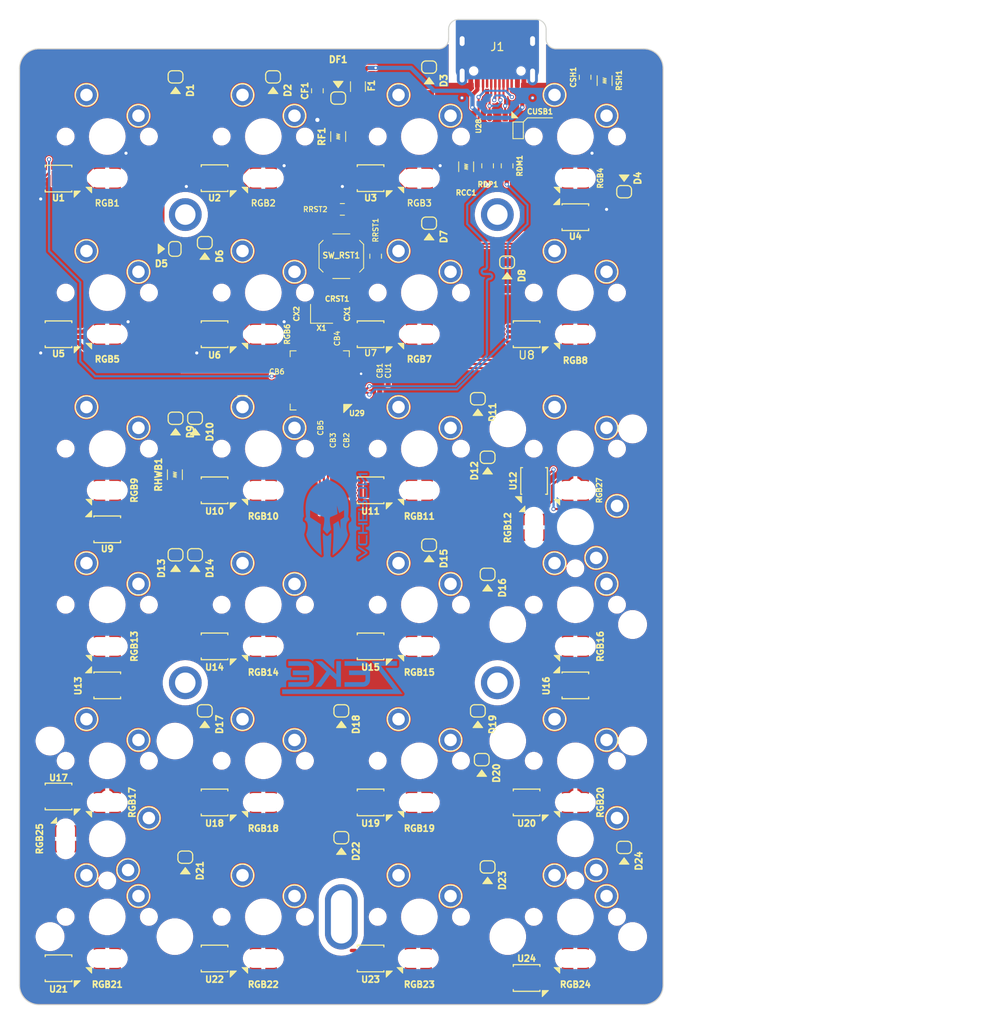
<source format=kicad_pcb>
(kicad_pcb (version 20221018) (generator pcbnew)
  (layers (0 "F.Cu" signal) (31 "B.Cu" signal) (34 "B.Paste" user) (35 "F.Paste" user) (36 "B.SilkS" user "B.Silkscreen") (37 "F.SilkS" user "F.Silkscreen") (38 "B.Mask" user) (39 "F.Mask" user) (44 "Edge.Cuts" user))
  (net 0 "")
  (net 1 "5V")
  (net 2 "GND")
  (net 3 "/RST")
  (net 4 "/SHIELD")
  (net 5 "Net-(CU1-Pad1)")
  (net 6 "/XTAL2")
  (net 7 "/XTAL1")
  (net 8 "Net-(D1-Pad2)")
  (net 9 "Row1")
  (net 10 "Net-(D2-Pad2)")
  (net 11 "Net-(D3-Pad2)")
  (net 12 "Net-(D4-Pad2)")
  (net 13 "Net-(D5-Pad2)")
  (net 14 "Row2")
  (net 15 "Net-(D6-Pad2)")
  (net 16 "Net-(D7-Pad2)")
  (net 17 "Net-(D8-Pad2)")
  (net 18 "Net-(D9-Pad2)")
  (net 19 "Row3")
  (net 20 "Net-(D10-Pad2)")
  (net 21 "Net-(D11-Pad2)")
  (net 22 "Net-(D12-Pad2)")
  (net 23 "Net-(D13-Pad2)")
  (net 24 "Row4")
  (net 25 "Net-(D14-Pad2)")
  (net 26 "Net-(D15-Pad2)")
  (net 27 "Net-(D16-Pad2)")
  (net 28 "DBusN")
  (net 29 "DBusP")
  (net 30 "DN")
  (net 31 "Net-(RDM1-Pad1)")
  (net 32 "Net-(RDP1-Pad2)")
  (net 33 "DP")
  (net 34 "Net-(RHWB1-Pad2)")
  (net 35 "Net-(RRST2-Pad1)")
  (net 36 "Col1")
  (net 37 "Col2")
  (net 38 "Col3")
  (net 39 "Col4")
  (net 40 "Net-(D17-Pad2)")
  (net 41 "Row5")
  (net 42 "Net-(D18-Pad2)")
  (net 43 "Net-(D19-Pad2)")
  (net 44 "Net-(D20-Pad2)")
  (net 45 "Net-(J1-PadB8)")
  (net 46 "Net-(J1-PadA5)")
  (net 47 "Net-(J1-PadA8)")
  (net 48 "Net-(RGB1-Pad3)")
  (net 49 "Net-(RGB1-Pad1)")
  (net 50 "Net-(RGB1-Pad2)")
  (net 51 "Net-(U1-Pad7)")
  (net 52 "RGB_DIN")
  (net 53 "Net-(U1-Pad5)")
  (net 54 "Net-(D21-Pad2)")
  (net 55 "Net-(D22-Pad2)")
  (net 56 "Net-(D23-Pad2)")
  (net 57 "Net-(D24-Pad2)")
  (net 58 "Net-(RGB2-Pad3)")
  (net 59 "Net-(RGB2-Pad1)")
  (net 60 "Net-(RGB2-Pad2)")
  (net 61 "Net-(RGB12-Pad3)")
  (net 62 "Net-(RGB12-Pad1)")
  (net 63 "Net-(RGB12-Pad2)")
  (net 64 "Net-(U12-Pad7)")
  (net 65 "Net-(U12-Pad5)")
  (net 66 "Net-(RGB3-Pad3)")
  (net 67 "Net-(RGB3-Pad1)")
  (net 68 "Net-(RGB3-Pad2)")
  (net 69 "Net-(RGB4-Pad3)")
  (net 70 "Net-(RGB4-Pad1)")
  (net 71 "Net-(RGB4-Pad2)")
  (net 72 "Net-(RGB5-Pad3)")
  (net 73 "Net-(RGB5-Pad1)")
  (net 74 "Net-(RGB5-Pad2)")
  (net 75 "Net-(RGB6-Pad3)")
  (net 76 "Net-(RGB6-Pad1)")
  (net 77 "Net-(RGB6-Pad2)")
  (net 78 "Net-(RGB7-Pad3)")
  (net 79 "Net-(RGB7-Pad1)")
  (net 80 "Net-(RGB7-Pad2)")
  (net 81 "Net-(RGB8-Pad3)")
  (net 82 "Net-(RGB8-Pad1)")
  (net 83 "Net-(RGB8-Pad2)")
  (net 84 "Net-(RGB9-Pad3)")
  (net 85 "Net-(RGB9-Pad1)")
  (net 86 "Net-(RGB9-Pad2)")
  (net 87 "Net-(RGB10-Pad3)")
  (net 88 "Net-(RGB10-Pad1)")
  (net 89 "Net-(RGB10-Pad2)")
  (net 90 "Net-(RGB11-Pad3)")
  (net 91 "Net-(RGB11-Pad1)")
  (net 92 "Net-(RGB11-Pad2)")
  (net 93 "Net-(RGB13-Pad3)")
  (net 94 "Net-(RGB13-Pad1)")
  (net 95 "Net-(RGB13-Pad2)")
  (net 96 "Net-(RGB14-Pad3)")
  (net 97 "Net-(RGB14-Pad1)")
  (net 98 "Net-(RGB14-Pad2)")
  (net 99 "Net-(RGB15-Pad3)")
  (net 100 "Net-(RGB15-Pad1)")
  (net 101 "Net-(RGB15-Pad2)")
  (net 102 "Net-(RGB16-Pad3)")
  (net 103 "Net-(RGB16-Pad1)")
  (net 104 "Net-(RGB16-Pad2)")
  (net 105 "Net-(RGB17-Pad3)")
  (net 106 "Net-(RGB17-Pad1)")
  (net 107 "Net-(RGB17-Pad2)")
  (net 108 "Net-(RGB18-Pad3)")
  (net 109 "Net-(RGB18-Pad1)")
  (net 110 "Net-(RGB18-Pad2)")
  (net 111 "Net-(RGB19-Pad3)")
  (net 112 "Net-(RGB19-Pad1)")
  (net 113 "Net-(RGB19-Pad2)")
  (net 114 "Net-(RGB20-Pad3)")
  (net 115 "Net-(RGB20-Pad1)")
  (net 116 "Net-(RGB20-Pad2)")
  (net 117 "Net-(RGB21-Pad3)")
  (net 118 "Net-(RGB21-Pad1)")
  (net 119 "Net-(RGB21-Pad2)")
  (net 120 "Net-(RGB22-Pad3)")
  (net 121 "Net-(RGB22-Pad1)")
  (net 122 "Net-(RGB22-Pad2)")
  (net 123 "Net-(RGB23-Pad3)")
  (net 124 "Net-(RGB23-Pad1)")
  (net 125 "Net-(RGB23-Pad2)")
  (net 126 "Net-(RGB24-Pad3)")
  (net 127 "Net-(RGB24-Pad1)")
  (net 128 "Net-(RGB24-Pad2)")
  (net 129 "Net-(U2-Pad7)")
  (net 130 "Net-(U2-Pad5)")
  (net 131 "Net-(U3-Pad7)")
  (net 132 "Net-(U3-Pad5)")
  (net 133 "Net-(U4-Pad7)")
  (net 134 "Net-(U4-Pad5)")
  (net 135 "Net-(U5-Pad7)")
  (net 136 "Net-(U5-Pad5)")
  (net 137 "Net-(U6-Pad7)")
  (net 138 "Net-(U6-Pad5)")
  (net 139 "Net-(U7-Pad7)")
  (net 140 "Net-(U7-Pad5)")
  (net 141 "Net-(U8-Pad7)")
  (net 142 "Net-(U8-Pad5)")
  (net 143 "Net-(U9-Pad7)")
  (net 144 "Net-(U9-Pad5)")
  (net 145 "Net-(U10-Pad7)")
  (net 146 "Net-(U10-Pad5)")
  (net 147 "Net-(U11-Pad7)")
  (net 148 "Net-(U11-Pad5)")
  (net 149 "Net-(U13-Pad7)")
  (net 150 "Net-(U13-Pad5)")
  (net 151 "Net-(U14-Pad7)")
  (net 152 "Net-(U14-Pad5)")
  (net 153 "Net-(U15-Pad7)")
  (net 154 "Net-(U15-Pad5)")
  (net 155 "Net-(U16-Pad7)")
  (net 156 "Net-(U16-Pad5)")
  (net 157 "Net-(U17-Pad7)")
  (net 158 "Net-(U17-Pad5)")
  (net 159 "Net-(U18-Pad7)")
  (net 160 "Net-(U18-Pad5)")
  (net 161 "Net-(U19-Pad7)")
  (net 162 "Net-(U19-Pad5)")
  (net 163 "Net-(U20-Pad7)")
  (net 164 "Net-(U20-Pad5)")
  (net 165 "Net-(U21-Pad7)")
  (net 166 "Net-(U21-Pad5)")
  (net 167 "Net-(U22-Pad7)")
  (net 168 "Net-(U22-Pad5)")
  (net 169 "Net-(U23-Pad7)")
  (net 170 "Net-(U23-Pad5)")
  (net 171 "Net-(U24-Pad7)")
  (net 172 "Net-(U24-Pad5)")
  (net 173 "Net-(U29-Pad41)")
  (net 174 "Net-(U29-Pad40)")
  (net 175 "Net-(U29-Pad39)")
  (net 176 "Net-(U29-Pad38)")
  (net 177 "Net-(U29-Pad37)")
  (net 178 "Net-(U29-Pad36)")
  (net 179 "Net-(U29-Pad32)")
  (net 180 "Net-(U29-Pad31)")
  (net 181 "Net-(U29-Pad30)")
  (net 182 "Net-(U29-Pad29)")
  (net 183 "Net-(U29-Pad28)")
  (net 184 "Net-(U29-Pad26)")
  (net 185 "Net-(U29-Pad25)")
  (net 186 "Net-(U29-Pad22)")
  (net 187 "Net-(U29-Pad21)")
  (net 188 "Net-(U29-Pad20)")
  (net 189 "Net-(U29-Pad19)")
  (net 190 "Net-(U29-Pad18)")
  (net 191 "Net-(U29-Pad12)")
  (net 192 "Net-(U29-Pad11)")
  (net 193 "Net-(U29-Pad10)")
  (net 194 "Net-(U29-Pad9)")
  (net 195 "Net-(U29-Pad8)")
  (net 196 "Net-(U29-Pad1)")
  (net 197 "VBUS")
  (footprint "Capacitor_SMD:C_0402_1005Metric" (layer "F.Cu") (at 75.64469 81.48673 -90)
    (fp_text reference "CB2")
    (fp_text value "100nF")
  )
  (footprint "Capacitor_SMD:C_0402_1005Metric" (layer "F.Cu") (at 73.99369 81.48673 90)
    (fp_text reference "CB3")
    (fp_text value "100nF")
  )
  (footprint "Capacitor_SMD:C_0402_1005Metric" (layer "F.Cu") (at 73.51109 71.07273 -90)
    (fp_text reference "CB4")
    (fp_text value "100nF")
  )
  (footprint "Capacitor_SMD:C_0402_1005Metric" (layer "F.Cu") (at 71.45369 81.99473 -90)
    (fp_text reference "CB5")
    (fp_text value "100nF")
  )
  (footprint "Capacitor_SMD:C_0402_1005Metric" (layer "F.Cu") (at 67.13569 74.12073 180)
    (fp_text reference "CB6")
    (fp_text value "100nF")
  )
  (footprint "Capacitor_SMD:C_0402_1005Metric" (layer "F.Cu") (at 76.91469 66.24673)
    (fp_text reference "CRST1")
    (fp_text value "100nF")
  )
  (footprint "Capacitor_SMD:C_0805_2012Metric_Pad1.15x1.40mm_HandSolder" (layer "F.Cu") (at 104.77556 39.19573 -90)
    (fp_text reference "CSH1")
    (fp_text value "100nF")
  )
  (footprint "Capacitor_SMD:C_0402_1005Metric" (layer "F.Cu") (at 80.72469 77.16873 -90)
    (fp_text reference "CU1")
    (fp_text value "1uF")
  )
  (footprint "acheron_Components:D_SOD-123" (layer "F.Cu") (at 54.7691 40.79906 -90)
    (fp_text reference "D1")
    (fp_text value "1N4148")
  )
  (footprint "acheron_Components:D_SOD-123" (layer "F.Cu") (at 66.6754 40.79906 -90)
    (fp_text reference "D2")
    (fp_text value "1N4148")
  )
  (footprint "acheron_Components:D_SOD-123" (layer "F.Cu") (at 85.72548 39.60843 -90)
    (fp_text reference "D3")
    (fp_text value "1N4148")
  )
  (footprint "acheron_Components:D_SOD-123" (layer "F.Cu") (at 109.53808 51.51473 90)
    (fp_text reference "D4")
    (fp_text value "1N4148")
  )
  (footprint "acheron_Components:D_SOD-123" (layer "F.Cu") (at 53.03869 60.15073 180)
    (fp_text reference "D5")
    (fp_text value "1N4148")
  )
  (footprint "acheron_Components:D_SOD-123" (layer "F.Cu") (at 58.34099 61.03977 -90)
    (fp_text reference "D6")
    (fp_text value "1N4148")
  )
  (footprint "acheron_Components:D_SOD-123" (layer "F.Cu") (at 85.72548 58.65851 -90)
    (fp_text reference "D7")
    (fp_text value "1N4148")
  )
  (footprint "acheron_Components:D_SOD-123" (layer "F.Cu") (at 95.25052 63.42103 -90)
    (fp_text reference "D8")
    (fp_text value "1N4148")
  )
  (footprint "acheron_Components:D_SOD-123" (layer "F.Cu") (at 54.7691 82.47111 -90)
    (fp_text reference "D9")
    (fp_text value "1N4148")
  )
  (footprint "acheron_Components:D_SOD-123" (layer "F.Cu") (at 57.15036 82.47111 -90)
    (fp_text reference "D10")
    (fp_text value "1N4148")
  )
  (footprint "acheron_Components:D_SOD-123" (layer "F.Cu") (at 91.67863 80.08985 -90)
    (fp_text reference "D11")
    (fp_text value "1N4148")
  )
  (footprint "acheron_Components:D_SOD-123" (layer "F.Cu") (at 92.86926 87.23363 -90)
    (fp_text reference "D12")
    (fp_text value "1N4148")
  )
  (footprint "acheron_Components:D_SOD-123" (layer "F.Cu") (at 54.7691 99.13993 -90)
    (fp_text reference "D13")
    (fp_text value "1N4148")
  )
  (footprint "acheron_Components:D_SOD-123" (layer "F.Cu") (at 57.15036 99.13993 -90)
    (fp_text reference "D14")
    (fp_text value "1N4148")
  )
  (footprint "acheron_Components:D_SOD-123" (layer "F.Cu") (at 85.72548 97.9493 -90)
    (fp_text reference "D15")
    (fp_text value "1N4148")
  )
  (footprint "acheron_Components:D_SOD-123" (layer "F.Cu") (at 92.86926 101.52119 -90)
    (fp_text reference "D16")
    (fp_text value "1N4148")
  )
  (footprint "acheron_Connectors:TYPE-C-31-M-12" (layer "F.Cu") (at 94.05977 40.48142 180)
    (fp_text reference "J1")
    (fp_text value "USB_C")
  )
  (footprint "Resistor_SMD:R_0805_2012Metric" (layer "F.Cu") (at 95.2504 50.00646 -90)
    (fp_text reference "RDM1")
    (fp_text value "22")
  )
  (footprint "Resistor_SMD:R_0805_2012Metric" (layer "F.Cu") (at 92.86914 50.00646 90)
    (fp_text reference "RDP1")
    (fp_text value "22")
  )
  (footprint "acheron_Components:R_SMD_1026" (layer "F.Cu") (at 74.62869 46.43473 90)
    (fp_text reference "RF1")
    (fp_text value "10k")
  )
  (footprint "acheron_Components:R_SMD_1026" (layer "F.Cu") (at 54.68969 87.70973 90)
    (fp_text reference "RHWB1")
    (fp_text value "1k")
  )
  (footprint "Resistor_SMD:R_0805_2012Metric" (layer "F.Cu") (at 75.13669 55.32473 180)
    (fp_text reference "RRST2")
    (fp_text value "330R")
  )
  (footprint "acheron_MX:MX100" (layer "F.Cu") (at 46.43457 46.43457)
    (fp_text reference "SW1")
    (fp_text value "MXSwitch")
  )
  (footprint "acheron_MX:MX100" (layer "F.Cu") (at 65.48465 46.43457)
    (fp_text reference "SW2")
    (fp_text value "MXSwitch")
  )
  (footprint "acheron_MX:MX100" (layer "F.Cu") (at 84.53473 46.43457)
    (fp_text reference "SW3")
    (fp_text value "MXSwitch")
  )
  (footprint "acheron_MX:MX100" (layer "F.Cu") (at 103.58481 46.43457)
    (fp_text reference "SW4")
    (fp_text value "MXSwitch")
  )
  (footprint "acheron_MX:MX100" (layer "F.Cu") (at 46.43457 65.48465)
    (fp_text reference "SW5")
    (fp_text value "MXSwitch")
  )
  (footprint "acheron_MX:MX100" (layer "F.Cu") (at 65.48465 65.48465)
    (fp_text reference "SW6")
    (fp_text value "MXSwitch")
  )
  (footprint "acheron_MX:MX100" (layer "F.Cu") (at 84.53473 65.48465)
    (fp_text reference "SW7")
    (fp_text value "MXSwitch")
  )
  (footprint "acheron_MX:MX100" (layer "F.Cu") (at 103.58481 65.48465)
    (fp_text reference "SW8")
    (fp_text value "MXSwitch")
  )
  (footprint "acheron_MX:MX100" (layer "F.Cu") (at 46.43457 84.53473)
    (fp_text reference "SW9")
    (fp_text value "MXSwitch")
  )
  (footprint "acheron_MX:MX100" (layer "F.Cu") (at 65.48465 84.53473)
    (fp_text reference "SW10")
    (fp_text value "MXSwitch")
  )
  (footprint "acheron_MX:MX100" (layer "F.Cu") (at 84.53473 84.53473)
    (fp_text reference "SW11")
    (fp_text value "MXSwitch")
  )
  (footprint "acheron_MX:MX100" (layer "F.Cu") (at 103.58481 84.53473)
    (fp_text reference "SW12")
    (fp_text value "MXSwitch")
  )
  (footprint "acheron_MX:MX100" (layer "F.Cu") (at 46.43457 103.58481)
    (fp_text reference "SW13")
    (fp_text value "MXSwitch")
  )
  (footprint "acheron_MX:MX100" (layer "F.Cu") (at 65.48465 103.58481)
    (fp_text reference "SW14")
    (fp_text value "MXSwitch")
  )
  (footprint "acheron_MX:MX100" (layer "F.Cu") (at 84.53473 103.58481)
    (fp_text reference "SW15")
    (fp_text value "MXSwitch")
  )
  (footprint "acheron_MX:MX100" (layer "F.Cu") (at 103.58481 103.58481)
    (fp_text reference "SW16")
    (fp_text value "MXSwitch")
  )
  (footprint "acheron_Hardware:smdPushBtn" (layer "F.Cu") (at 75.00981 61.03977 90)
    (fp_text reference "SW_RST1")
    (fp_text value "SW_Push" hide)
  )
  (footprint "acheron_Components:SOT-23-6" (layer "F.Cu") (at 94.05977 45.16473 -90)
    (fp_text reference "U28")
    (fp_text value "USBLC6-2SC6")
  )
  (footprint "acheron_Components:D_SOD-123" (layer "F.Cu") (at 58.34099 118.19001 -90)
    (fp_text reference "D17")
    (fp_text value "1N4148")
  )
  (footprint "acheron_Components:D_SOD-123" (layer "F.Cu") (at 75.00981 118.19001 -90)
    (fp_text reference "D18")
    (fp_text value "1N4148")
  )
  (footprint "acheron_Components:D_SOD-123" (layer "F.Cu") (at 91.67863 118.19001 -90)
    (fp_text reference "D19")
    (fp_text value "1N4148")
  )
  (footprint "acheron_MX:MX100" (layer "F.Cu") (at 46.43457 122.63489)
    (fp_text reference "SW17")
    (fp_text value "MXSwitch")
  )
  (footprint "acheron_MX:MX100" (layer "F.Cu") (at 65.48465 122.63489)
    (fp_text reference "SW18")
    (fp_text value "MXSwitch")
  )
  (footprint "acheron_MX:MX100" (layer "F.Cu") (at 84.53473 122.63489)
    (fp_text reference "SW19")
    (fp_text value "MXSwitch")
  )
  (footprint "acheron_MX:MX100" (layer "F.Cu") (at 103.58481 122.63489)
    (fp_text reference "SW20")
    (fp_text value "MXSwitch")
  )
  (footprint "acheron_Components:R_SMD_1026" (layer "F.Cu") (at 90.24969 50.11773 -90)
    (fp_text reference "RCC1")
    (fp_text value "5.1k")
  )
  (footprint "acheron_Components:QFN-44-1EP_7x7mm_P0.5mm_EP5.2x5.2mm" (layer "F.Cu") (at 72.37443 76.20032 180)
    (fp_text reference "U29")
    (fp_text value "ATMEGA32U4")
  )
  (footprint "acheron_MountingHoles:Mounting_Hole_2.5x04mm" (layer "F.Cu") (at 55.95961 55.95961)
    (fp_text reference "H1" hide)
    (fp_text value "MountingHole" hide)
  )
  (footprint "acheron_MountingHoles:Mounting_Hole_2.5x04mm" (layer "F.Cu") (at 94.05977 55.95961)
    (fp_text reference "H2" hide)
    (fp_text value "MountingHole" hide)
  )
  (footprint "acheron_MountingHoles:Mounting_Hole_2.5x04mm" (layer "F.Cu") (at 55.95961 113.10985)
    (fp_text reference "H3" hide)
    (fp_text value "MountingHole" hide)
  )
  (footprint "acheron_MountingHoles:Mounting_Hole_2.5x04mm" (layer "F.Cu") (at 94.05977 113.10985)
    (fp_text reference "H4" hide)
    (fp_text value "MountingHole" hide)
  )
  (footprint "acheron_MountingHoles:Mounting_Hole_Oval_2.5x8mm" (layer "F.Cu") (at 75.00969 141.68497)
    (fp_text reference "H5" hide)
    (fp_text value "MountingHole" hide)
  )
  (footprint "acheron_Components:MSOP-8-1EP_3x3mm_P0.65mm_EP1.68x1.88mm" (layer "F.Cu") (at 40.48142 51.562 180)
    (fp_text reference "U1")
    (fp_text value "WS2811M")
  )
  (footprint "acheron_Components:D_SOD-123" (layer "F.Cu") (at 55.95973 136.04946 -90)
    (fp_text reference "D21")
    (fp_text value "1N4148")
  )
  (footprint "acheron_Components:D_SOD-123" (layer "F.Cu") (at 75.00981 133.6682 -90)
    (fp_text reference "D22")
    (fp_text value "1N4148")
  )
  (footprint "acheron_Components:D_SOD-123" (layer "F.Cu") (at 92.86926 137.24009 -90)
    (fp_text reference "D23")
    (fp_text value "1N4148")
  )
  (footprint "acheron_Components:D_SOD-123" (layer "F.Cu") (at 109.53808 134.85883 -90)
    (fp_text reference "D24")
    (fp_text value "1N4148")
  )
  (footprint "acheron_MX:MX100" (layer "F.Cu") (at 46.43457 141.68497)
    (fp_text reference "SW21")
    (fp_text value "MXSwitch")
  )
  (footprint "acheron_MX:MX100" (layer "F.Cu") (at 65.48465 141.68497)
    (fp_text reference "SW22")
    (fp_text value "MXSwitch")
  )
  (footprint "acheron_MX:MX100" (layer "F.Cu") (at 84.53473 141.68497)
    (fp_text reference "SW23")
    (fp_text value "MXSwitch")
  )
  (footprint "acheron_MX:MX100" (layer "F.Cu") (at 103.58481 141.68497)
    (fp_text reference "SW24")
    (fp_text value "MXSwitch")
  )
  (footprint "Capacitor_SMD:C_0402_1005Metric" (layer "F.Cu") (at 70.56469 68.07232 90)
    (fp_text reference "CX2")
    (fp_text value "8.2pF")
  )
  (footprint "Crystal:Crystal_SMD_2016-4Pin_2.0x1.6mm" (layer "F.Cu") (at 72.60311 68.07236)
    (fp_text reference "X1")
    (fp_text value "16MHz")
  )
  (footprint "Capacitor_SMD:C_0402_1005Metric" (layer "F.Cu") (at 74.62869 68.07232 90)
    (fp_text reference "CX1")
    (fp_text value "8.2pF")
  )
  (footprint "acheron_Components:MSOP-8-1EP_3x3mm_P0.65mm_EP1.68x1.88mm" (layer "F.Cu") (at 40.48154 70.56481 180)
    (fp_text reference "U5")
    (fp_text value "WS2811M")
  )
  (footprint "acheron_MX:MX200R" (layer "F.Cu") (at 46.43457 132.15993 -90)
    (fp_text reference "SW25")
    (fp_text value "MXSwitch")
  )
  (footprint "acheron_MX:MX200" (layer "F.Cu") (at 103.58481 132.15993 -90)
    (fp_text reference "SW26")
    (fp_text value "MXSwitch")
  )
  (footprint "acheron_MX:MX200" (layer "F.Cu") (at 103.58481 94.05977 -90)
    (fp_text reference "SW27")
    (fp_text value "MXSwitch")
  )
  (footprint "Resistor_SMD:R_0805_2012Metric" (layer "F.Cu") (at 79.20069 61.03977 90)
    (fp_text reference "RRST1")
    (fp_text value "4.7k")
  )
  (footprint "acheron_Components:E6C1209RGB" (layer "F.Cu") (at 98.53009 94.13593)
    (fp_text reference "RGB12")
    (fp_text value "E6C1209RGB")
  )
  (footprint "acheron_Components:E6C1209RGB" (layer "F.Cu") (at 103.58493 89.61489 90)
    (fp_text reference "RGB27")
    (fp_text value "E6C1209RGB")
  )
  (footprint "acheron_Components:MSOP-8-1EP_3x3mm_P0.65mm_EP1.68x1.88mm" (layer "F.Cu") (at 98.54269 88.47173 90)
    (fp_text reference "U12")
    (fp_text value "WS2811M")
  )
  (footprint "acheron_Components:E6C1209RGB" (layer "F.Cu") (at 65.48477 51.51473 90)
    (fp_text reference "RGB2")
    (fp_text value "E6C1209RGB")
  )
  (footprint "acheron_Components:E6C1209RGB" (layer "F.Cu") (at 84.53485 51.51473 90)
    (fp_text reference "RGB3")
    (fp_text value "E6C1209RGB")
  )
  (footprint "acheron_Components:E6C1209RGB" (layer "F.Cu") (at 103.58469 51.51473 90)
    (fp_text reference "RGB4")
    (fp_text value "E6C1209RGB")
  )
  (footprint "acheron_Components:E6C1209RGB" (layer "F.Cu") (at 46.43469 70.56473 90)
    (fp_text reference "RGB5")
    (fp_text value "E6C1209RGB")
  )
  (footprint "acheron_Components:E6C1209RGB" (layer "F.Cu") (at 65.48469 70.56481 90)
    (fp_text reference "RGB6")
    (fp_text value "E6C1209RGB")
  )
  (footprint "acheron_Components:E6C1209RGB" (layer "F.Cu") (at 84.53485 70.56481 90)
    (fp_text reference "RGB7")
    (fp_text value "E6C1209RGB")
  )
  (footprint "acheron_Components:E6C1209RGB" (layer "F.Cu") (at 103.58493 70.56481 90)
    (fp_text reference "RGB8")
    (fp_text value "E6C1209RGB")
  )
  (footprint "acheron_Components:E6C1209RGB" (layer "F.Cu") (at 46.43469 89.61473 90)
    (fp_text reference "RGB9")
    (fp_text value "E6C1209RGB")
  )
  (footprint "acheron_Components:E6C1209RGB" (layer "F.Cu") (at 65.48469 89.61473 90)
    (fp_text reference "RGB10")
    (fp_text value "E6C1209RGB")
  )
  (footprint "acheron_Components:E6C1209RGB" (layer "F.Cu") (at 84.53485 89.61489 90)
    (fp_text reference "RGB11")
    (fp_text value "E6C1209RGB")
  )
  (footprint "acheron_Components:E6C1209RGB" (layer "F.Cu") (at 46.43469 108.66497 90)
    (fp_text reference "RGB13")
    (fp_text value "E6C1209RGB")
  )
  (footprint "acheron_Components:E6C1209RGB" (layer "F.Cu") (at 65.48477 108.66497 90)
    (fp_text reference "RGB14")
    (fp_text value "E6C1209RGB")
  )
  (footprint "acheron_Components:E6C1209RGB" (layer "F.Cu") (at 84.53485 108.66497 90)
    (fp_text reference "RGB15")
    (fp_text value "E6C1209RGB")
  )
  (footprint "acheron_Components:E6C1209RGB" (layer "F.Cu") (at 103.58493 108.66497 90)
    (fp_text reference "RGB16")
    (fp_text value "E6C1209RGB")
  )
  (footprint "acheron_Components:E6C1209RGB" (layer "F.Cu") (at 65.48477 127.71505 90)
    (fp_text reference "RGB18")
    (fp_text value "E6C1209RGB")
  )
  (footprint "acheron_Components:E6C1209RGB" (layer "F.Cu") (at 84.53469 127.71473 90)
    (fp_text reference "RGB19")
    (fp_text value "E6C1209RGB")
  )
  (footprint "acheron_Components:E6C1209RGB" (layer "F.Cu") (at 103.58469 127.71473 90)
    (fp_text reference "RGB20")
    (fp_text value "E6C1209RGB")
  )
  (footprint "acheron_Components:E6C1209RGB" (layer "F.Cu") (at 46.43469 146.76513 90)
    (fp_text reference "RGB21")
    (fp_text value "E6C1209RGB")
  )
  (footprint "acheron_Components:E6C1209RGB" (layer "F.Cu") (at 65.48477 146.76513 90)
    (fp_text reference "RGB22")
    (fp_text value "E6C1209RGB")
  )
  (footprint "acheron_Components:E6C1209RGB" (layer "F.Cu") (at 84.40769 146.76513 90)
    (fp_text reference "RGB23")
    (fp_text value "E6C1209RGB")
  )
  (footprint "acheron_Components:E6C1209RGB" (layer "F.Cu") (at 103.58469 146.76473 90)
    (fp_text reference "RGB24")
    (fp_text value "E6C1209RGB")
  )
  (footprint "acheron_Components:E6C1209RGB" (layer "F.Cu") (at 41.35469 132.15973)
    (fp_text reference "RGB25")
    (fp_text value "E6C1209RGB")
  )
  (footprint "acheron_Components:MSOP-8-1EP_3x3mm_P0.65mm_EP1.68x1.88mm" (layer "F.Cu") (at 59.53162 51.51473 180)
    (fp_text reference "U2")
    (fp_text value "WS2811M")
  )
  (footprint "acheron_Components:MSOP-8-1EP_3x3mm_P0.65mm_EP1.68x1.88mm" (layer "F.Cu") (at 78.5817 51.51473 180)
    (fp_text reference "U3")
    (fp_text value "WS2811M")
  )
  (footprint "acheron_Components:MSOP-8-1EP_3x3mm_P0.65mm_EP1.68x1.88mm" (layer "F.Cu") (at 103.58493 56.27725)
    (fp_text reference "U4")
    (fp_text value "WS2811M")
  )
  (footprint "acheron_Components:MSOP-8-1EP_3x3mm_P0.65mm_EP1.68x1.88mm" (layer "F.Cu") (at 59.53162 70.56481 180)
    (fp_text reference "U6")
    (fp_text value "WS2811M")
  )
  (footprint "acheron_Components:MSOP-8-1EP_3x3mm_P0.65mm_EP1.68x1.88mm" (layer "F.Cu") (at 97.63178 70.56481 180)
    (fp_text reference "U8")
    (fp_text value "WS2811M")
  )
  (footprint "acheron_Components:MSOP-8-1EP_3x3mm_P0.65mm_EP1.68x1.88mm" (layer "F.Cu") (at 46.43469 94.37741)
    (fp_text reference "U9")
    (fp_text value "WS2811M")
  )
  (footprint "acheron_Components:MSOP-8-1EP_3x3mm_P0.65mm_EP1.68x1.88mm" (layer "F.Cu") (at 59.53162 89.61489 180)
    (fp_text reference "U10")
    (fp_text value "WS2811M")
  )
  (footprint "acheron_Components:MSOP-8-1EP_3x3mm_P0.65mm_EP1.68x1.88mm" (layer "F.Cu") (at 78.5817 89.61489 180)
    (fp_text reference "U11")
    (fp_text value "WS2811M")
  )
  (footprint "acheron_Components:MSOP-8-1EP_3x3mm_P0.65mm_EP1.68x1.88mm" (layer "F.Cu") (at 46.43469 113.42749)
    (fp_text reference "U13")
    (fp_text value "WS2811M")
  )
  (footprint "acheron_Components:MSOP-8-1EP_3x3mm_P0.65mm_EP1.68x1.88mm" (layer "F.Cu") (at 59.53162 108.66497 180)
    (fp_text reference "U14")
    (fp_text value "WS2811M")
  )
  (footprint "acheron_Components:MSOP-8-1EP_3x3mm_P0.65mm_EP1.68x1.88mm" (layer "F.Cu") (at 78.5817 108.66497 180)
    (fp_text reference "U15")
    (fp_text value "WS2811M")
  )
  (footprint "acheron_Components:MSOP-8-1EP_3x3mm_P0.65mm_EP1.68x1.88mm" (layer "F.Cu") (at 103.58493 113.42749)
    (fp_text reference "U16")
    (fp_text value "WS2811M")
  )
  (footprint "acheron_Components:MSOP-8-1EP_3x3mm_P0.65mm_EP1.68x1.88mm" (layer "F.Cu") (at 59.53162 127.71505 180)
    (fp_text reference "U18")
    (fp_text value "WS2811M")
  )
  (footprint "acheron_Components:MSOP-8-1EP_3x3mm_P0.65mm_EP1.68x1.88mm" (layer "F.Cu") (at 78.5817 127.71505 180)
    (fp_text reference "U19")
    (fp_text value "WS2811M")
  )
  (footprint "acheron_Components:MSOP-8-1EP_3x3mm_P0.65mm_EP1.68x1.88mm" (layer "F.Cu") (at 97.63178 127.71505 180)
    (fp_text reference "U20")
    (fp_text value "WS2811M")
  )
  (footprint "acheron_Components:MSOP-8-1EP_3x3mm_P0.65mm_EP1.68x1.88mm" (layer "F.Cu") (at 40.48154 147.95576 180)
    (fp_text reference "U21")
    (fp_text value "WS2811M")
  )
  (footprint "acheron_Components:MSOP-8-1EP_3x3mm_P0.65mm_EP1.68x1.88mm" (layer "F.Cu") (at 59.53162 146.76513 180)
    (fp_text reference "U22")
    (fp_text value "WS2811M")
  )
  (footprint "acheron_Components:MSOP-8-1EP_3x3mm_P0.65mm_EP1.68x1.88mm" (layer "F.Cu") (at 78.5817 146.76513 180)
    (fp_text reference "U23")
    (fp_text value "WS2811M")
  )
  (footprint "acheron_Components:MSOP-8-1EP_3x3mm_P0.65mm_EP1.68x1.88mm" (layer "F.Cu") (at 97.63178 149.14639 180)
    (fp_text reference "U24")
    (fp_text value "WS2811M")
  )
  (footprint "acheron_Components:MSOP-8-1EP_3x3mm_P0.65mm_EP1.68x1.88mm" (layer "F.Cu") (at 78.5817 70.56481 180)
    (fp_text reference "U7")
    (fp_text value "WS2811M")
  )
  (footprint "acheron_Components:E6C1209RGB" (layer "F.Cu") (at 46.43469 127.71505 90)
    (fp_text reference "RGB17")
    (fp_text value "E6C1209RGB")
  )
  (footprint "acheron_Components:MSOP-8-1EP_3x3mm_P0.65mm_EP1.68x1.88mm" (layer "F.Cu") (at 40.48154 126.99073 180)
    (fp_text reference "U17")
    (fp_text value "WS2811M")
  )
  (footprint "acheron_Components:D_SOD-123" (layer "F.Cu") (at 92.15469 124.14316 -90)
    (fp_text reference "D20")
    (fp_text value "1N4148")
  )
  (footprint "Fuse:Fuse_1206_3216Metric" (layer "F.Cu") (at 77.04169 40.33873 90)
    (fp_text reference "F1")
    (fp_text value "Polyfuse")
  )
  (footprint "Capacitor_SMD:C_0805_2012Metric_Pad1.15x1.40mm_HandSolder" (layer "F.Cu") (at 72.08869 40.84673 -90)
    (fp_text reference "CF1")
    (fp_text value "1u")
  )
  (footprint "acheron_Components:D_SOD-123" (layer "F.Cu") (at 74.62869 40.08473 90)
    (fp_text reference "DF1")
    (fp_text value "RB060M-60TR")
  )
  (footprint "Capacitor_SMD:C_0402_1005Metric" (layer "F.Cu") (at 96.59969 45.67273 90)
    (fp_text reference "CUSB1")
    (fp_text value "100nF")
  )
  (footprint "Capacitor_SMD:C_0402_1005Metric" (layer "F.Cu") (at 79.70869 77.16873 -90)
    (fp_text reference "CB1")
    (fp_text value "1uF")
  )
  (footprint "acheron_Components:R_SMD_1026" (layer "F.Cu") (at 107.15682 39.60843 90)
    (fp_text reference "RSH1")
    (fp_text value "1M")
  )
  (footprint "acheron_Components:E6C1209RGB" (layer "F.Cu") (at 46.43469 51.51473 90)
    (fp_text reference "RGB1")
    (fp_text value "E6C1209RGB")
  )
  (footprint "zekeGraphics:zekeLogo" (layer "B.Cu") (at 75.13469 112.47473 180)
    (fp_text reference "L1" hide)
    (fp_text value "Zeke Logo" hide)
  )
  (footprint "acheron_Logos:acheronShort_0.3x0.5in_Plated" (layer "B.Cu") (at 74.37469 92.78973 180)
    (fp_text reference "L2" hide)
    (fp_text value "Acheron Short Logo Plated" hide)
  )
  (gr_line (start 97.74269 44.14873) (end 97.23469 44.65673) (stroke (width 0.12)) (layer "F.SilkS"))
  (gr_line (start 97.23469 46.68873) (end 97.23469 45.92673) (stroke (width 0.12)) (layer "F.SilkS"))
  (gr_line (start 97.23469 44.65673) (end 96.09169 44.65673) (stroke (width 0.12)) (layer "F.SilkS"))
  (gr_line (start 95.96469 46.05373) (end 95.96469 46.68873) (stroke (width 0.12)) (layer "F.SilkS"))
  (gr_line (start 100.79069 44.14873) (end 97.74269 44.14873) (stroke (width 0.12)) (layer "F.SilkS"))
  (gr_line (start 95.96469 46.68873) (end 97.23469 46.68873) (stroke (width 0.12)) (layer "F.SilkS"))
  (gr_line (start 95.96469 44.65673) (end 95.96469 46.05373) (stroke (width 0.12)) (layer "F.SilkS"))
  (gr_line (start 97.23469 45.92673) (end 97.23469 44.65673) (stroke (width 0.12)) (layer "F.SilkS"))
  (gr_line (start 96.09169 44.65673) (end 95.96469 44.65673) (stroke (width 0.12)) (layer "F.SilkS"))
  (gr_arc (start 98.82229 32.14701) (mid 99.664193 32.495737) (end 100.01292 33.33764) (stroke (width 0.127)) (layer "Edge.Cuts"))
  (gr_arc (start 88.10662 33.33764) (mid 88.455347 32.495737) (end 89.29725 32.14701) (stroke (width 0.127)) (layer "Edge.Cuts"))
  (gr_arc (start 88.10662 34.52827) (mid 87.757893 35.370173) (end 86.91599 35.7189) (stroke (width 0.127)) (layer "Edge.Cuts"))
  (gr_line (start 88.10662 33.33764) (end 88.10662 34.52827) (stroke (width 0.127)) (layer "Edge.Cuts"))
  (gr_line (start 100.01292 33.33764) (end 100.01292 34.52827) (stroke (width 0.127)) (layer "Edge.Cuts"))
  (gr_arc (start 111.91922 35.7189) (mid 113.603025 36.416355) (end 114.30048 38.10016) (stroke (width 0.127)) (layer "Edge.Cuts"))
  (gr_arc (start 114.30048 150.01938) (mid 113.603025 151.703185) (end 111.91922 152.40064) (stroke (width 0.127)) (layer "Edge.Cuts"))
  (gr_arc (start 38.10016 152.40064) (mid 36.416355 151.703185) (end 35.7189 150.01938) (stroke (width 0.127)) (layer "Edge.Cuts"))
  (gr_line (start 86.91599 35.7189) (end 38.10016 35.7189) (stroke (width 0.127)) (layer "Edge.Cuts"))
  (gr_line (start 101.20355 35.7189) (end 111.91922 35.7189) (stroke (width 0.127)) (layer "Edge.Cuts"))
  (gr_line (start 114.30048 38.10016) (end 114.30048 150.01938) (stroke (width 0.127)) (layer "Edge.Cuts"))
  (gr_line (start 35.7189 38.10016) (end 35.7189 150.01938) (stroke (width 0.127)) (layer "Edge.Cuts"))
  (gr_line (start 111.91922 152.40064) (end 38.10016 152.40064) (stroke (width 0.127)) (layer "Edge.Cuts"))
  (gr_line (start 89.29725 32.14701) (end 98.82229 32.14701) (stroke (width 0.127)) (layer "Edge.Cuts"))
  (gr_arc (start 35.7189 38.10016) (mid 36.416355 36.416355) (end 38.10016 35.7189) (stroke (width 0.127)) (layer "Edge.Cuts"))
  (gr_arc (start 101.20355 35.7189) (mid 100.361647 35.370173) (end 100.01292 34.52827) (stroke (width 0.127)) (layer "Edge.Cuts"))
  (segment (start 77.42269 75.39073) (end 77.42269 75.39073) (width 0.254) (layer "F.Cu") (net 1))
  (segment (start 74.87443 79.53782) (end 74.87443 80.59773) (width 0.254) (layer "F.Cu") (net 1))
  (segment (start 48.97469 69.04073) (end 47.45069 69.04073) (width 0.508) (layer "F.Cu") (net 1))
  (segment (start 79.20069 78.69273) (end 79.70869 78.18473) (width 0.254) (layer "F.Cu") (net 1))
  (segment (start 69.03693 74.20032) (end 67.77069 74.20032) (width 0.254) (layer "F.Cu") (net 1))
  (segment (start 75.71193 78.20032) (end 77.31128 78.20032) (width 0.254) (layer "F.Cu") (net 1))
  (segment (start 56.08669 52.53073) (end 57.35669 52.53073) (width 0.508) (layer "F.Cu") (net 1))
  (segment (start 68.02469 49.99073) (end 66.50069 49.99073) (width 0.508) (layer "F.Cu") (net 1))
  (segment (start 77.04169 41.73873) (end 72.08869 41.73873) (width 1.016) (layer "F.Cu") (net 1))
  (segment (start 74.62869 41.73473) (end 74.62869 44.91073) (width 1.016) (layer "F.Cu") (net 1))
  (segment (start 76.4767 52.48973) (end 75.13669 52.48973) (width 0.508) (layer "F.Cu") (net 1))
  (segment (start 38.30669 54.05473) (end 38.30669 52.53073) (width 0.508) (layer "F.Cu") (net 1))
  (segment (start 70.37443 79.53782) (end 70.37443 80.47073) (width 0.254) (layer "F.Cu") (net 1))
  (segment (start 72.08869 41.87173) (end 72.08869 44.40273) (width 1.016) (layer "F.Cu") (net 1))
  (segment (start 75.71193 75.70032) (end 76.91469 75.70032) (width 0.254) (layer "F.Cu") (net 1))
  (segment (start 38.37654 71.53981) (end 38.37654 72.85073) (width 0.508) (layer "F.Cu") (net 1))
  (segment (start 105.68993 55.30225) (end 107.39469 55.30225) (width 0.508) (layer "F.Cu") (net 1))
  (segment (start 76.91469 75.70032) (end 77.1131 75.70032) (width 0.254) (layer "F.Cu") (net 1))
  (segment (start 77.1131 75.70032) (end 77.42269 75.39073) (width 0.254) (layer "F.Cu") (net 1))
  (segment (start 48.72069 48.46673) (end 47.19669 49.99073) (width 0.508) (layer "F.Cu") (net 1))
  (segment (start 77.80369 78.69273) (end 79.20069 78.69273) (width 0.254) (layer "F.Cu") (net 1))
  (segment (start 74.87443 80.59773) (end 74.88269 80.59773) (width 0.254) (layer "F.Cu") (net 1))
  (segment (start 57.42662 71.53981) (end 57.42662 72.85073) (width 0.508) (layer "F.Cu") (net 1))
  (segment (start 87.07469 49.99073) (end 85.80469 49.99073) (width 0.508) (layer "F.Cu") (net 1))
  (segment (start 74.88269 80.59773) (end 75.26369 80.97873) (width 0.254) (layer "F.Cu") (net 1))
  (segment (start 70.37443 80.53447) (end 71.32669 81.48673) (width 0.254) (layer "F.Cu") (net 1))
  (segment (start 71.32669 81.48673) (end 71.45369 81.48673) (width 0.254) (layer "F.Cu") (net 1))
  (segment (start 70.37443 80.47073) (end 70.37443 80.53447) (width 0.254) (layer "F.Cu") (net 1))
  (segment (start 105.61669 48.46673) (end 104.34669 49.73673) (width 0.508) (layer "F.Cu") (net 1))
  (segment (start 77.31128 78.20032) (end 77.80369 78.69273) (width 0.254) (layer "F.Cu") (net 1))
  (segment (start 73.87443 79.53782) (end 73.87443 80.85173) (width 0.254) (layer "F.Cu") (net 1))
  (segment (start 68.02469 69.04073) (end 66.50069 69.04073) (width 0.508) (layer "F.Cu") (net 1))
  (segment (start 79.70869 78.18473) (end 79.70869 77.67673) (width 0.254) (layer "F.Cu") (net 1))
  (segment (start 75.26369 80.97873) (end 75.64469 80.97873) (width 0.254) (layer "F.Cu") (net 1))
  (via (at 38.30669 54.05473) (size 0.762) (drill 0.381) (layers "F.Cu" "B.Cu") (net 1))
  (via (at 56.08669 52.53073) (size 0.762) (drill 0.381) (layers "F.Cu" "B.Cu") (net 1))
  (via (at 68.02469 49.99073) (size 0.762) (drill 0.381) (layers "F.Cu" "B.Cu") (net 1))
  (via (at 75.13669 52.53073) (size 0.762) (drill 0.381) (layers "F.Cu" "B.Cu") (net 1))
  (via (at 87.07469 49.99073) (size 0.762) (drill 0.381) (layers "F.Cu" "B.Cu") (net 1))
  (via (at 105.61669 48.46673) (size 0.762) (drill 0.381) (layers "F.Cu" "B.Cu") (net 1))
  (via (at 38.30669 72.85073) (size 0.762) (drill 0.381) (layers "F.Cu" "B.Cu") (net 1))
  (via (at 48.97469 69.04073) (size 0.762) (drill 0.381) (layers "F.Cu" "B.Cu") (net 1))
  (via (at 68.02469 69.04073) (size 0.762) (drill 0.381) (layers "F.Cu" "B.Cu") (net 1))
  (via (at 57.35669 72.85073) (size 0.762) (drill 0.381) (layers "F.Cu" "B.Cu") (net 1))
  (via (at 72.08869 44.40273) (size 1.016) (drill 0.508) (layers "F.Cu" "B.Cu") (net 1))
  (via (at 48.72069 48.46673) (size 0.762) (drill 0.381) (layers "F.Cu" "B.Cu") (net 1))
  (via (at 107.39469 55.32473) (size 0.762) (drill 0.381) (layers "F.Cu" "B.Cu") (net 1))
  (via (at 77.42269 75.39073) (size 0.508) (drill 0.3048) (layers "F.Cu" "B.Cu") (net 1))
  (segment (start 98.360152 41.71473) (end 98.360152 41.71473) (width 0.508) (layer "F.Cu") (net 2))
  (segment (start 89.739386 41.71473) (end 89.739386 41.71473) (width 0.508) (layer "F.Cu") (net 2))
  (segment (start 90.80977 40.644346) (end 89.739386 41.71473) (width 0.508) (layer "F.Cu") (net 2))
  (segment (start 97.30977 39.20642) (end 97.30977 40.664348) (width 0.508) (layer "F.Cu") (net 2))
  (segment (start 90.80977 39.20642) (end 90.80977 40.644346) (width 0.508) (layer "F.Cu") (net 2))
  (segment (start 97.30977 40.664348) (end 98.360152 41.71473) (width 0.508) (layer "F.Cu") (net 2))
  (via (at 89.739386 41.71473) (size 0.508) (drill 0.3048) (layers "F.Cu" "B.Cu") (net 2))
  (via (at 98.360152 41.71473) (size 0.508) (drill 0.3048) (layers "F.Cu" "B.Cu") (net 2))
  (segment (start 78.05769 65.73873) (end 78.05769 64.97673) (width 0.254) (layer "F.Cu") (net 3))
  (segment (start 77.93069 55.77729) (end 77.93069 60.91273) (width 0.254) (layer "F.Cu") (net 3))
  (segment (start 76.27969 67.13573) (end 76.91469 67.13573) (width 0.254) (layer "F.Cu") (net 3))
  (segment (start 77.93069 60.91273) (end 78.94669 61.92873) (width 0.254) (layer "F.Cu") (net 3))
  (segment (start 74.19919 55.32473) (end 75.1532 54.37072) (width 0.254) (layer "F.Cu") (net 3))
  (segment (start 77.42269 66.37373) (end 78.05769 65.73873) (width 0.254) (layer "F.Cu") (net 3))
  (segment (start 75.1532 54.37072) (end 76.52412 54.37072) (width 0.254) (layer "F.Cu") (net 3))
  (segment (start 75.51769 70.56473) (end 75.51769 67.89773) (width 0.254) (layer "F.Cu") (net 3))
  (segment (start 74.37443 72.86282) (end 74.37443 71.70799) (width 0.254) (layer "F.Cu") (net 3))
  (segment (start 76.52412 54.37072) (end 77.93069 55.77729) (width 0.254) (layer "F.Cu") (net 3))
  (segment (start 75.51769 67.89773) (end 76.27969 67.13573) (width 0.254) (layer "F.Cu") (net 3))
  (segment (start 78.05769 64.97673) (end 78.05769 64.21473) (width 0.254) (layer "F.Cu") (net 3))
  (segment (start 76.91469 67.13573) (end 77.42269 66.62773) (width 0.254) (layer "F.Cu") (net 3))
  (segment (start 79.20069 63.07173) (end 79.20069 62.05573) (width 0.254) (layer "F.Cu") (net 3))
  (segment (start 74.37443 71.70799) (end 75.51769 70.56473) (width 0.254) (layer "F.Cu") (net 3))
  (segment (start 77.42269 66.62773) (end 77.42269 66.37373) (width 0.254) (layer "F.Cu") (net 3))
  (segment (start 78.05769 64.21473) (end 79.20069 63.07173) (width 0.254) (layer "F.Cu") (net 3))
  (segment (start 77.3751 76.20032) (end 75.71193 76.20032) (width 0.254) (layer "F.Cu") (net 5))
  (segment (start 80.72469 76.66073) (end 80.72469 76.15273) (width 0.254) (layer "F.Cu") (net 5))
  (segment (start 80.72469 76.15273) (end 80.47069 75.89873) (width 0.254) (layer "F.Cu") (net 5))
  (segment (start 80.47069 75.89873) (end 77.67669 75.89873) (width 0.254) (layer "F.Cu") (net 5))
  (segment (start 77.67669 75.89873) (end 77.3751 76.20032) (width 0.254) (layer "F.Cu") (net 5))
  (segment (start 72.87443 72.61994) (end 72.922419 72.571951) (width 0.254) (layer "F.Cu") (net 6))
  (segment (start 73.35869 69.80273) (end 74.37469 69.80273) (width 0.254) (layer "F.Cu") (net 6))
  (segment (start 74.007111 67.784151) (end 74.007111 68.019159) (width 0.254) (layer "F.Cu") (net 6))
  (segment (start 74.007111 68.038151) (end 74.50169 68.53273) (width 0.254) (layer "F.Cu") (net 6))
  (segment (start 74.62869 69.54873) (end 74.62869 69.06532) (width 0.254) (layer "F.Cu") (net 6))
  (segment (start 72.922419 70.239001) (end 73.35869 69.80273) (width 0.254) (layer "F.Cu") (net 6))
  (segment (start 73.30311 67.52236) (end 73.72947 67.52236) (width 0.254) (layer "F.Cu") (net 6))
  (segment (start 72.87443 72.86282) (end 72.87443 72.61994) (width 0.254) (layer "F.Cu") (net 6))
  (segment (start 72.922419 72.571951) (end 72.922419 70.239001) (width 0.254) (layer "F.Cu") (net 6))
  (segment (start 73.30311 67.52236) (end 73.74532 67.52236) (width 0.254) (layer "F.Cu") (net 6))
  (segment (start 74.007111 68.019159) (end 74.007111 68.038151) (width 0.254) (layer "F.Cu") (net 6))
  (segment (start 74.37469 69.80273) (end 74.62869 69.54873) (width 0.254) (layer "F.Cu") (net 6))
  (segment (start 74.62869 69.06532) (end 74.62869 68.53273) (width 0.254) (layer "F.Cu") (net 6))
  (segment (start 73.74532 67.52236) (end 74.007111 67.784151) (width 0.254) (layer "F.Cu") (net 6))
  (segment (start 70.81869 69.80273) (end 70.56469 69.54873) (width 0.254) (layer "F.Cu") (net 7))
  (segment (start 71.83469 69.80273) (end 70.81869 69.80273) (width 0.254) (layer "F.Cu") (net 7))
  (segment (start 72.37443 70.34247) (end 71.83469 69.80273) (width 0.254) (layer "F.Cu") (net 7))
  (segment (start 70.56469 68.55732) (end 71.83469 68.55732) (width 0.254) (layer "F.Cu") (net 7))
  (segment (start 72.37443 72.86282) (end 72.37443 70.34247) (width 0.254) (layer "F.Cu") (net 7))
  (segment (start 70.56469 69.06532) (end 70.56469 68.53273) (width 0.254) (layer "F.Cu") (net 7))
  (segment (start 70.56469 69.54873) (end 70.56469 69.06532) (width 0.254) (layer "F.Cu") (net 7))
  (segment (start 95.00977 42.69073) (end 95.00977 42.11673) (width 0.25) (layer "F.Cu") (net 28))
  (segment (start 95.00977 42.18273) (end 95.00977 41.60873) (width 0.25) (layer "F.Cu") (net 28))
  (segment (start 94.80977 39.20642) (end 94.80977 41.40873) (width 0.25) (layer "F.Cu") (net 28))
  (segment (start 93.80977 39.20642) (end 93.80977 41.85873) (width 0.25) (layer "F.Cu") (net 28))
  (segment (start 94.80977 41.40873) (end 95.00977 41.60873) (width 0.25) (layer "F.Cu") (net 28))
  (segment (start 93.80977 41.85873) (end 93.67877 41.98973) (width 0.25) (layer "F.Cu") (net 28))
  (segment (start 95.00977 44.06473) (end 95.00977 42.69073) (width 0.25) (layer "F.Cu") (net 28))
  (via (at 93.67877 41.98973) (size 0.508) (drill 0.3048) (layers "F.Cu" "B.Cu") (net 28))
  (via (at 95.00977 42.69073) (size 0.508) (drill 0.3048) (layers "F.Cu" "B.Cu") (net 28))
  (segment (start 93.900218 41.414729) (end 93.67877 41.636177) (width 0.25) (layer "B.Cu") (net 28))
  (segment (start 95.015771 41.713729) (end 94.716771 41.414729) (width 0.25) (layer "B.Cu") (net 28))
  (segment (start 95.263769 41.961727) (end 94.716771 41.414729) (width 0.254) (layer "B.Cu") (net 28))
  (segment (start 95.00977 42.69073) (end 95.263769 42.436731) (width 0.254) (layer "B.Cu") (net 28))
  (segment (start 94.716771 41.414729) (end 93.900218 41.414729) (width 0.25) (layer "B.Cu") (net 28))
  (segment (start 95.263769 42.436731) (end 95.263769 41.961727) (width 0.254) (layer "B.Cu") (net 28))
  (segment (start 93.67877 41.636177) (end 93.67877 41.98973) (width 0.25) (layer "B.Cu") (net 28))
  (segment (start 93.10977 42.68573) (end 93.10977 41.60873) (width 0.25) (layer "F.Cu") (net 29))
  (segment (start 94.31377 41.86273) (end 94.44077 41.98973) (width 0.25) (layer "F.Cu") (net 29))
  (segment (start 94.31377 39.20642) (end 94.31377 41.86273) (width 0.25) (layer "F.Cu") (net 29))
  (segment (start 93.10977 44.06473) (end 93.10977 42.68573) (width 0.25) (layer "F.Cu") (net 29))
  (segment (start 93.30977 41.40873) (end 93.10977 41.60873) (width 0.25) (layer "F.Cu") (net 29))
  (segment (start 93.30977 39.20642) (end 93.30977 41.40873) (width 0.25) (layer "F.Cu") (net 29))
  (via (at 94.44077 41.98973) (size 0.508) (drill 0.3048) (layers "F.Cu" "B.Cu") (net 29))
  (via (at 93.10977 42.68573) (size 0.508) (drill 0.3048) (layers "F.Cu" "B.Cu") (net 29))
  (segment (start 94.098323 42.68573) (end 94.44077 42.343283) (width 0.25) (layer "B.Cu") (net 29))
  (segment (start 93.10977 42.68573) (end 94.098323 42.68573) (width 0.25) (layer "B.Cu") (net 29))
  (segment (start 94.44077 42.343283) (end 94.44077 41.98973) (width 0.25) (layer "B.Cu") (net 29))
  (segment (start 78.43869 77.93073) (end 78.43869 77.93073) (width 0.254) (layer "F.Cu") (net 30))
  (segment (start 75.71193 77.70032) (end 78.20828 77.70032) (width 0.254) (layer "F.Cu") (net 30))
  (segment (start 78.20828 77.70032) (end 78.43869 77.93073) (width 0.254) (layer "F.Cu") (net 30))
  (segment (start 95.20269 52.27673) (end 95.20269 51.00673) (width 0.508) (layer "F.Cu") (net 30))
  (via (at 95.20269 52.27673) (size 0.508) (drill 0.3048) (layers "F.Cu" "B.Cu") (net 30))
  (via (at 78.43869 77.93073) (size 0.508) (drill 0.3048) (layers "F.Cu" "B.Cu") (net 30))
  (segment (start 97.74269 57.10273) (end 95.32969 59.51573) (width 0.254) (layer "B.Cu") (net 30))
  (segment (start 95.32969 71.103559) (end 89.137509 77.29574) (width 0.254) (layer "B.Cu") (net 30))
  (segment (start 95.32969 59.51573) (end 95.32969 71.103559) (width 0.254) (layer "B.Cu") (net 30))
  (segment (start 97.23469 57.61073) (end 95.32969 59.51573) (width 0.254) (layer "B.Cu") (net 30))
  (segment (start 89.137509 77.29574) (end 79.07368 77.29574) (width 0.254) (layer "B.Cu") (net 30))
  (segment (start 79.07368 77.29574) (end 78.43869 77.93073) (width 0.254) (layer "B.Cu") (net 30))
  (segment (start 95.20269 52.27673) (end 97.74269 54.81673) (width 0.254) (layer "B.Cu") (net 30))
  (segment (start 97.74269 54.81673) (end 97.74269 57.10273) (width 0.254) (layer "B.Cu") (net 30))
  (segment (start 95.00977 46.26473) (end 95.00977 48.97473) (width 0.508) (layer "F.Cu") (net 31))
  (segment (start 93.10977 46.26473) (end 93.10977 48.97473) (width 0.508) (layer "F.Cu") (net 32))
  (segment (start 78.43869 76.91473) (end 78.43869 76.91473) (width 0.254) (layer "F.Cu") (net 33))
  (segment (start 92.86914 52.27673) (end 92.86914 51.00673) (width 0.508) (layer "F.Cu") (net 33))
  (segment (start 75.71193 77.20032) (end 78.1531 77.20032) (width 0.254) (layer "F.Cu") (net 33))
  (segment (start 78.1531 77.20032) (end 78.43869 76.91473) (width 0.254) (layer "F.Cu") (net 33))
  (via (at 78.43869 76.91473) (size 0.508) (drill 0.3048) (layers "F.Cu" "B.Cu") (net 33))
  (via (at 92.86914 52.27673) (size 0.508) (drill 0.3048) (layers "F.Cu" "B.Cu") (net 33))
  (segment (start 93.192509 63.217251) (end 93.255918 63.239439) (width 0.254) (layer "B.Cu") (net 33))
  (segment (start 93.192509 63.802208) (end 93.125752 63.80973) (width 0.254) (layer "B.Cu") (net 33))
  (segment (start 92.75998 62.439895) (end 92.724239 62.496776) (width 0.254) (layer "B.Cu") (net 33))
  (segment (start 92.161149 62.976486) (end 92.183337 63.039895) (width 0.254) (layer "B.Cu") (net 33))
  (segment (start 93.418231 63.442973) (end 93.425752 63.50973) (width 0.254) (layer "B.Cu") (net 33))
  (segment (start 93.125752 63.80973) (end 93.08969 63.80973) (width 0.254) (layer "B.Cu") (net 33))
  (segment (start 92.219078 62.722683) (end 92.183337 62.779564) (width 0.254) (layer "B.Cu") (net 33))
  (segment (start 93.255918 63.239439) (end 93.312799 63.27518) (width 0.254) (layer "B.Cu") (net 33))
  (segment (start 93.312799 63.27518) (end 93.360302 63.322683) (width 0.254) (layer "B.Cu") (net 33))
  (segment (start 93.022934 63.817251) (end 92.959525 63.839439) (width 0.254) (layer "B.Cu") (net 33))
  (segment (start 92.386871 62.617251) (end 92.323462 62.639439) (width 0.254) (layer "B.Cu") (net 33))
  (segment (start 92.959525 63.839439) (end 92.902644 63.87518) (width 0.254) (layer "B.Cu") (net 33))
  (segment (start 92.855141 63.922683) (end 92.8194 63.979564) (width 0.254) (layer "B.Cu") (net 33))
  (segment (start 92.183337 62.779564) (end 92.161149 62.842973) (width 0.254) (layer "B.Cu") (net 33))
  (segment (start 92.782168 62.376486) (end 92.75998 62.439895) (width 0.254) (layer "B.Cu") (net 33))
  (segment (start 92.453628 63.20973) (end 93.125752 63.20973) (width 0.254) (layer "B.Cu") (net 33))
  (segment (start 92.78969 73.10473) (end 88.97969 76.91473) (width 0.254) (layer "B.Cu") (net 33))
  (segment (start 92.797212 64.042973) (end 92.78969 64.10973) (width 0.254) (layer "B.Cu") (net 33))
  (segment (start 93.425752 63.50973) (end 93.418231 63.576486) (width 0.254) (layer "B.Cu") (net 33))
  (segment (start 90.88469 57.61073) (end 92.78969 59.51573) (width 0.254) (layer "B.Cu") (net 33))
  (segment (start 92.323462 63.18002) (end 92.386871 63.202208) (width 0.254) (layer "B.Cu") (net 33))
  (segment (start 92.724239 62.496776) (end 92.676736 62.544279) (width 0.254) (layer "B.Cu") (net 33))
  (segment (start 92.902644 63.87518) (end 92.855141 63.922683) (width 0.254) (layer "B.Cu") (net 33))
  (segment (start 92.323462 62.639439) (end 92.266581 62.67518) (width 0.254) (layer "B.Cu") (net 33))
  (segment (start 93.418231 63.576486) (end 93.396043 63.639895) (width 0.254) (layer "B.Cu") (net 33))
  (segment (start 92.619855 62.58002) (end 92.556446 62.602208) (width 0.254) (layer "B.Cu") (net 33))
  (segment (start 92.183337 63.039895) (end 92.219078 63.096776) (width 0.254) (layer "B.Cu") (net 33))
  (segment (start 93.360302 63.322683) (end 93.396043 63.379564) (width 0.254) (layer "B.Cu") (net 33))
  (segment (start 92.676736 62.544279) (end 92.619855 62.58002) (width 0.254) (layer "B.Cu") (net 33))
  (segment (start 92.266581 63.144279) (end 92.323462 63.18002) (width 0.254) (layer "B.Cu") (net 33))
  (segment (start 93.396043 63.379564) (end 93.418231 63.442973) (width 0.254) (layer "B.Cu") (net 33))
  (segment (start 93.255918 63.78002) (end 93.192509 63.802208) (width 0.254) (layer "B.Cu") (net 33))
  (segment (start 93.396043 63.639895) (end 93.360302 63.696776) (width 0.254) (layer "B.Cu") (net 33))
  (segment (start 93.312799 63.744279) (end 93.255918 63.78002) (width 0.254) (layer "B.Cu") (net 33))
  (segment (start 92.386871 63.202208) (end 92.453628 63.20973) (width 0.254) (layer "B.Cu") (net 33))
  (segment (start 90.37669 54.76918) (end 90.37669 57.10273) (width 0.254) (layer "B.Cu") (net 33))
  (segment (start 92.78969 64.10973) (end 92.78969 73.10473) (width 0.254) (layer "B.Cu") (net 33))
  (segment (start 92.48969 62.60973) (end 92.453628 62.60973) (width 0.254) (layer "B.Cu") (net 33))
  (segment (start 93.08969 63.80973) (end 93.022934 63.817251) (width 0.254) (layer "B.Cu") (net 33))
  (segment (start 92.8194 63.979564) (end 92.797212 64.042973) (width 0.254) (layer "B.Cu") (net 33))
  (segment (start 92.266581 62.67518) (end 92.219078 62.722683) (width 0.254) (layer "B.Cu") (net 33))
  (segment (start 92.161149 62.842973) (end 92.153628 62.90973) (width 0.254) (layer "B.Cu") (net 33))
  (segment (start 93.125752 63.20973) (end 93.192509 63.217251) (width 0.254) (layer "B.Cu") (net 33))
  (segment (start 92.556446 62.602208) (end 92.48969 62.60973) (width 0.254) (layer "B.Cu") (net 33))
  (segment (start 88.97969 76.91473) (end 78.43869 76.91473) (width 0.254) (layer "B.Cu") (net 33))
  (segment (start 90.37669 57.10273) (end 92.78969 59.51573) (width 0.254) (layer "B.Cu") (net 33))
  (segment (start 92.153628 62.90973) (end 92.161149 62.976486) (width 0.254) (layer "B.Cu") (net 33))
  (segment (start 92.219078 63.096776) (end 92.266581 63.144279) (width 0.254) (layer "B.Cu") (net 33))
  (segment (start 92.78969 62.30973) (end 92.782168 62.376486) (width 0.254) (layer "B.Cu") (net 33))
  (segment (start 92.86914 52.27673) (end 90.37669 54.76918) (width 0.254) (layer "B.Cu") (net 33))
  (segment (start 93.360302 63.696776) (end 93.312799 63.744279) (width 0.254) (layer "B.Cu") (net 33))
  (segment (start 92.453628 62.60973) (end 92.386871 62.617251) (width 0.254) (layer "B.Cu") (net 33))
  (segment (start 92.78969 59.51573) (end 92.78969 62.30973) (width 0.254) (layer "B.Cu") (net 33))
  (segment (start 76.630427 55.880967) (end 76.630427 57.834467) (width 0.254) (layer "F.Cu") (net 35))
  (segment (start 76.85981 57.93977) (end 76.85981 64.34173) (width 0.254) (layer "F.Cu") (net 35))
  (segment (start 76.07419 55.32473) (end 76.630427 55.880967) (width 0.254) (layer "F.Cu") (net 35))
  (segment (start 95.83777 41.60873) (end 95.83777 41.60873) (width 0.25) (layer "F.Cu") (net 46))
  (segment (start 91.77377 41.60873) (end 91.77377 41.60873) (width 0.25) (layer "F.Cu") (net 46))
  (segment (start 95.30977 41.08073) (end 95.83777 41.60873) (width 0.25) (layer "F.Cu") (net 46))
  (segment (start 92.30977 39.20642) (end 92.30977 41.07273) (width 0.25) (layer "F.Cu") (net 46))
  (segment (start 91.77377 47.06965) (end 90.12269 48.72073) (width 0.254) (layer "F.Cu") (net 46))
  (segment (start 95.30977 39.20642) (end 95.30977 41.08073) (width 0.25) (layer "F.Cu") (net 46))
  (segment (start 91.77377 41.60873) (end 91.77377 47.06965) (width 0.254) (layer "F.Cu") (net 46))
  (segment (start 92.30977 41.07273) (end 91.77377 41.60873) (width 0.25) (layer "F.Cu") (net 46))
  (via (at 95.83777 41.60873) (size 0.508) (drill 0.3048) (layers "F.Cu" "B.Cu") (net 46))
  (via (at 91.77377 41.60873) (size 0.508) (drill 0.3048) (layers "F.Cu" "B.Cu") (net 46))
  (segment (start 92.53577 40.84673) (end 95.07577 40.84673) (width 0.254) (layer "B.Cu") (net 46))
  (segment (start 95.07577 40.84673) (end 95.83777 41.60873) (width 0.254) (layer "B.Cu") (net 46))
  (segment (start 91.77377 41.60873) (end 92.53577 40.84673) (width 0.254) (layer "B.Cu") (net 46))
  (segment (start 43.63469 54.51473) (end 46.43469 54.51473) (width 0.508) (layer "F.Cu") (net 48))
  (segment (start 42.58642 53.46646) (end 43.63469 54.51473) (width 0.508) (layer "F.Cu") (net 48))
  (segment (start 46.43469 54.51473) (end 47.43469 53.51473) (width 0.508) (layer "F.Cu") (net 48))
  (segment (start 47.43469 53.51473) (end 47.43469 52.94574) (width 0.508) (layer "F.Cu") (net 48))
  (segment (start 42.58642 52.537) (end 42.58642 53.46646) (width 0.508) (layer "F.Cu") (net 48))
  (segment (start 42.58642 51.887) (end 43.583207 51.887) (width 0.508) (layer "F.Cu") (net 49))
  (segment (start 43.583207 51.887) (end 44.641947 52.94574) (width 0.508) (layer "F.Cu") (net 49))
  (segment (start 44.641947 52.94574) (end 45.63469 52.94574) (width 0.508) (layer "F.Cu") (net 49))
  (segment (start 42.58642 51.237) (end 43.23469 51.237) (width 0.508) (layer "F.Cu") (net 50))
  (segment (start 43.488667 51.237) (end 44.641947 50.08372) (width 0.508) (layer "F.Cu") (net 50))
  (segment (start 44.641947 50.08372) (end 45.63469 50.08372) (width 0.508) (layer "F.Cu") (net 50))
  (segment (start 43.23469 51.237) (end 43.488667 51.237) (width 0.508) (layer "F.Cu") (net 50))
  (segment (start 38.37642 51.237) (end 38.92142 51.237) (width 0.254) (layer "F.Cu") (net 52))
  (segment (start 39.32269 49.73673) (end 39.32269 49.22873) (width 0.254) (layer "F.Cu") (net 52))
  (segment (start 69.03693 75.70032) (end 66.50069 75.70032) (width 0.254) (layer "F.Cu") (net 52))
  (segment (start 39.32269 50.83573) (end 39.32269 49.73673) (width 0.254) (layer "F.Cu") (net 52))
  (segment (start 38.92142 51.237) (end 39.32269 50.83573) (width 0.254) (layer "F.Cu") (net 52))
  (via (at 66.50069 75.69553) (size 0.508) (drill 0.3048) (layers "F.Cu" "B.Cu") (net 52))
  (via (at 39.32269 49.22873) (size 0.508) (drill 0.3048) (layers "F.Cu" "B.Cu") (net 52))
  (segment (start 39.32269 60.40473) (end 39.32269 49.22873) (width 0.254) (layer "B.Cu") (net 52))
  (segment (start 43.13269 73.86673) (end 43.13269 64.21473) (width 0.254) (layer "B.Cu") (net 52))
  (segment (start 43.13269 64.21473) (end 39.32269 60.40473) (width 0.254) (layer "B.Cu") (net 52))
  (segment (start 66.50069 75.69553) (end 44.96149 75.69553) (width 0.254) (layer "B.Cu") (net 52))
  (segment (start 44.96149 75.69553) (end 43.13269 73.86673) (width 0.254) (layer "B.Cu") (net 52))
  (segment (start 61.63662 52.48973) (end 61.87162 52.48973) (width 0.508) (layer "F.Cu") (net 58))
  (segment (start 66.50069 53.80073) (end 66.50069 53.03873) (width 0.508) (layer "F.Cu") (net 58))
  (segment (start 63.69062 54.30873) (end 65.99269 54.30873) (width 0.508) (layer "F.Cu") (net 58))
  (segment (start 61.87162 52.48973) (end 63.69062 54.30873) (width 0.508) (layer "F.Cu") (net 58))
  (segment (start 65.99269 54.30873) (end 66.50069 53.80073) (width 0.508) (layer "F.Cu") (net 58))
  (segment (start 61.63662 51.83973) (end 62.586017 51.83973) (width 0.508) (layer "F.Cu") (net 59))
  (segment (start 62.586017 51.83973) (end 63.785017 53.03873) (width 0.508) (layer "F.Cu") (net 59))
  (segment (start 63.785017 53.03873) (end 64.72269 53.03873) (width 0.508) (layer "F.Cu") (net 59))
  (segment (start 63.785017 49.99073) (end 64.72269 49.99073) (width 0.508) (layer "F.Cu") (net 60))
  (segment (start 61.63662 51.18973) (end 62.586017 51.18973) (width 0.508) (layer "F.Cu") (net 60))
  (segment (start 62.586017 51.18973) (end 63.785017 49.99073) (width 0.508) (layer "F.Cu") (net 60))
  (segment (start 95.71069 94.05973) (end 95.71069 96.34573) (width 0.254) (layer "F.Cu") (net 61))
  (segment (start 106.12469 95.07573) (end 106.12469 92.66273) (width 0.254) (layer "F.Cu") (net 61))
  (segment (start 96.78069 90.57673) (end 95.71069 91.64673) (width 0.254) (layer "F.Cu") (net 61))
  (segment (start 99.90169 96.47273) (end 104.72769 96.47273) (width 0.254) (layer "F.Cu") (net 61))
  (segment (start 95.71069 94.05973) (end 96.98069 95.32973) (width 0.254) (layer "F.Cu") (net 61))
  (segment (start 95.71069 96.34573) (end 96.72669 97.36173) (width 0.254) (layer "F.Cu") (net 61))
  (segment (start 106.12469 92.66273) (end 104.60069 91.13873) (width 0.254) (layer "F.Cu") (net 61))
  (segment (start 95.71069 91.64673) (end 95.71069 94.05973) (width 0.254) (layer "F.Cu") (net 61))
  (segment (start 104.72769 96.47273) (end 106.12469 95.07573) (width 0.254) (layer "F.Cu") (net 61))
  (segment (start 97.56769 90.57673) (end 96.78069 90.57673) (width 0.254) (layer "F.Cu") (net 61))
  (segment (start 96.72669 97.36173) (end 99.01269 97.36173) (width 0.254) (layer "F.Cu") (net 61))
  (segment (start 99.01269 97.36173) (end 99.90169 96.47273) (width 0.254) (layer "F.Cu") (net 61))
  (segment (start 99.64769 89.74173) (end 99.90169 89.48773) (width 0.254) (layer "F.Cu") (net 62))
  (segment (start 98.21769 90.57673) (end 98.21769 91.12173) (width 0.254) (layer "F.Cu") (net 62))
  (segment (start 98.21769 90.03173) (end 98.50769 89.74173) (width 0.254) (layer "F.Cu") (net 62))
  (segment (start 96.98069 92.35873) (end 96.98069 93.17073) (width 0.254) (layer "F.Cu") (net 62))
  (segment (start 99.90169 88.09073) (end 100.91769 87.07473) (width 0.254) (layer "F.Cu") (net 62))
  (segment (start 98.21769 90.57673) (end 98.21769 90.03173) (width 0.254) (layer "F.Cu") (net 62))
  (segment (start 100.91769 91.90073) (end 101.67969 91.90073) (width 0.254) (layer "F.Cu") (net 62))
  (segment (start 99.90169 89.48773) (end 99.90169 88.09073) (width 0.254) (layer "F.Cu") (net 62))
  (segment (start 98.50769 89.74173) (end 99.52069 89.74173) (width 0.254) (layer "F.Cu") (net 62))
  (segment (start 98.21769 91.12173) (end 96.98069 92.35873) (width 0.254) (layer "F.Cu") (net 62))
  (segment (start 101.67969 91.90073) (end 102.44169 91.13873) (width 0.254) (layer "F.Cu") (net 62))
  (segment (start 99.52069 89.74173) (end 99.64769 89.74173) (width 0.254) (layer "F.Cu") (net 62))
  (via (at 100.91769 91.90073) (size 0.508) (drill 0.3048) (layers "F.Cu" "B.Cu") (net 62))
  (via (at 100.91769 87.07473) (size 0.508) (drill 0.3048) (layers "F.Cu" "B.Cu") (net 62))
  (segment (start 100.91769 91.90073) (end 100.91769 91.26573) (width 0.254) (layer "B.Cu") (net 62))
  (segment (start 100.91769 88.09073) (end 100.91769 91.26573) (width 0.254) (layer "B.Cu") (net 62))
  (segment (start 100.91769 91.26573) (end 100.91769 91.51973) (width 0.254) (layer "B.Cu") (net 62))
  (segment (start 100.91769 87.07473) (end 100.91769 88.09073) (width 0.254) (layer "B.Cu") (net 62))
  (segment (start 99.52019 91.77423) (end 99.90119 91.77423) (width 0.254) (layer "F.Cu") (net 63))
  (segment (start 98.86769 90.57673) (end 98.86769 91.12173) (width 0.254) (layer "F.Cu") (net 63))
  (segment (start 100.72719 89.04323) (end 100.72719 90.94823) (width 0.254) (layer "F.Cu") (net 63))
  (segment (start 100.72719 89.04323) (end 101.80669 87.96373) (width 0.254) (layer "F.Cu") (net 63))
  (segment (start 100.02869 92.28273) (end 100.02869 93.29773) (width 0.254) (layer "F.Cu") (net 63))
  (segment (start 99.52019 91.77423) (end 100.02869 92.28273) (width 0.254) (layer "F.Cu") (net 63))
  (segment (start 98.86769 91.12173) (end 99.52019 91.77423) (width 0.254) (layer "F.Cu") (net 63))
  (segment (start 99.90119 91.77423) (end 100.72719 90.94823) (width 0.254) (layer "F.Cu") (net 63))
  (segment (start 101.80669 87.96373) (end 102.56869 87.96373) (width 0.254) (layer "F.Cu") (net 63))
  (segment (start 80.6867 52.48973) (end 81.19169 52.48973) (width 0.508) (layer "F.Cu") (net 66))
  (segment (start 84.53469 54.30873) (end 85.55069 53.29273) (width 0.508) (layer "F.Cu") (net 66))
  (segment (start 85.55069 53.29273) (end 85.55069 53.03873) (width 0.508) (layer "F.Cu") (net 66))
  (segment (start 83.01069 54.30873) (end 84.53469 54.30873) (width 0.508) (layer "F.Cu") (net 66))
  (segment (start 81.19169 52.48973) (end 83.01069 54.30873) (width 0.508) (layer "F.Cu") (net 66))
  (segment (start 81.636097 51.83973) (end 82.835097 53.03873) (width 0.508) (layer "F.Cu") (net 67))
  (segment (start 80.6867 51.83973) (end 81.636097 51.83973) (width 0.508) (layer "F.Cu") (net 67))
  (segment (start 82.835097 53.03873) (end 83.51869 53.03873) (width 0.508) (layer "F.Cu") (net 67))
  (segment (start 82.835097 49.99073) (end 83.51869 49.99073) (width 0.508) (layer "F.Cu") (net 68))
  (segment (start 80.6867 51.18973) (end 81.636097 51.18973) (width 0.508) (layer "F.Cu") (net 68))
  (segment (start 81.636097 51.18973) (end 82.835097 49.99073) (width 0.508) (layer "F.Cu") (net 68))
  (segment (start 103.58469 54.30873) (end 104.60069 53.29273) (width 0.508) (layer "F.Cu") (net 69))
  (segment (start 101.71493 55.30225) (end 102.70845 54.30873) (width 0.508) (layer "F.Cu") (net 69))
  (segment (start 101.47993 55.30225) (end 101.71493 55.30225) (width 0.508) (layer "F.Cu") (net 69))
  (segment (start 102.70845 54.30873) (end 103.58469 54.30873) (width 0.508) (layer "F.Cu") (net 69))
  (segment (start 101.29869 53.03873) (end 102.56869 53.03873) (width 0.508) (layer "F.Cu") (net 70))
  (segment (start 100.38722 55.93726) (end 100.02869 55.57873) (width 0.508) (layer "F.Cu") (net 70))
  (segment (start 101.47993 55.95225) (end 101.41821 55.95225) (width 0.508) (layer "F.Cu") (net 70))
  (segment (start 101.40322 55.93726) (end 100.38722 55.93726) (width 0.508) (layer "F.Cu") (net 70))
  (segment (start 100.02869 55.57873) (end 100.02869 54.30873) (width 0.508) (layer "F.Cu") (net 70))
  (segment (start 101.41821 55.95225) (end 101.40322 55.93726) (width 0.508) (layer "F.Cu") (net 70))
  (segment (start 100.02869 54.30873) (end 101.29869 53.03873) (width 0.508) (layer "F.Cu") (net 70))
  (segment (start 101.29869 49.99073) (end 102.82269 49.99073) (width 0.508) (layer "F.Cu") (net 71))
  (segment (start 100.03621 56.60225) (end 99.26669 55.83273) (width 0.508) (layer "F.Cu") (net 71))
  (segment (start 101.47993 56.60225) (end 100.03621 56.60225) (width 0.508) (layer "F.Cu") (net 71))
  (segment (start 99.26669 52.02273) (end 101.29869 49.99073) (width 0.508) (layer "F.Cu") (net 71))
  (segment (start 99.26669 54.81673) (end 99.26669 52.02273) (width 0.508) (layer "F.Cu") (net 71))
  (segment (start 99.26669 55.83273) (end 99.26669 54.81673) (width 0.508) (layer "F.Cu") (net 71))
  (segment (start 42.82154 71.53981) (end 44.64046 73.35873) (width 0.508) (layer "F.Cu") (net 72))
  (segment (start 42.58654 71.53981) (end 42.82154 71.53981) (width 0.508) (layer "F.Cu") (net 72))
  (segment (start 46.43469 73.35873) (end 47.45069 72.34273) (width 0.508) (layer "F.Cu") (net 72))
  (segment (start 44.64046 73.35873) (end 46.43469 73.35873) (width 0.508) (layer "F.Cu") (net 72))
  (segment (start 42.58654 70.88981) (end 43.536017 70.88981) (width 0.508) (layer "F.Cu") (net 73))
  (segment (start 44.734937 72.08873) (end 45.67269 72.08873) (width 0.508) (layer "F.Cu") (net 73))
  (segment (start 43.536017 70.88981) (end 44.734937 72.08873) (width 0.508) (layer "F.Cu") (net 73))
  (segment (start 44.734937 69.04073) (end 45.41869 69.04073) (width 0.508) (layer "F.Cu") (net 74))
  (segment (start 42.58654 70.23981) (end 43.535857 70.23981) (width 0.508) (layer "F.Cu") (net 74))
  (segment (start 43.535857 70.23981) (end 44.734937 69.04073) (width 0.508) (layer "F.Cu") (net 74))
  (segment (start 61.87162 71.53981) (end 63.69054 73.35873) (width 0.508) (layer "F.Cu") (net 75))
  (segment (start 61.63662 71.53981) (end 61.87162 71.53981) (width 0.508) (layer "F.Cu") (net 75))
  (segment (start 66.24669 72.85073) (end 66.24669 72.08873) (width 0.508) (layer "F.Cu") (net 75))
  (segment (start 65.73869 73.35873) (end 66.24669 72.85073) (width 0.508) (layer "F.Cu") (net 75))
  (segment (start 63.69054 73.35873) (end 65.73869 73.35873) (width 0.508) (layer "F.Cu") (net 75))
  (segment (start 63.784857 72.08873) (end 64.46869 72.08873) (width 0.508) (layer "F.Cu") (net 76))
  (segment (start 62.585937 70.88981) (end 63.784857 72.08873) (width 0.508) (layer "F.Cu") (net 76))
  (segment (start 61.63662 70.88981) (end 62.585937 70.88981) (width 0.508) (layer "F.Cu") (net 76))
  (segment (start 61.63662 70.23981) (end 62.585937 70.23981) (width 0.508) (layer "F.Cu") (net 77))
  (segment (start 63.785017 69.04073) (end 64.46869 69.04073) (width 0.508) (layer "F.Cu") (net 77))
  (segment (start 62.585937 70.23981) (end 63.785017 69.04073) (width 0.508) (layer "F.Cu") (net 77))
  (segment (start 80.6867 71.53981) (end 80.9217 71.53981) (width 0.508) (layer "F.Cu") (net 78))
  (segment (start 80.9217 71.53981) (end 82.48662 73.10473) (width 0.508) (layer "F.Cu") (net 78))
  (segment (start 82.48662 73.10473) (end 85.04269 73.10473) (width 0.508) (layer "F.Cu") (net 78))
  (segment (start 85.55069 72.59673) (end 85.55069 72.34273) (width 0.508) (layer "F.Cu") (net 78))
  (segment (start 85.04269 73.10473) (end 85.55069 72.59673) (width 0.508) (layer "F.Cu") (net 78))
  (segment (start 80.6867 70.88981) (end 81.636097 70.88981) (width 0.508) (layer "F.Cu") (net 79))
  (segment (start 81.636097 70.88981) (end 82.835017 72.08873) (width 0.508) (layer "F.Cu") (net 79))
  (segment (start 82.835017 72.08873) (end 83.51869 72.08873) (width 0.508) (layer "F.Cu") (net 79))
  (segment (start 81.55761 70.23981) (end 82.75669 69.04073) (width 0.508) (layer "F.Cu") (net 80))
  (segment (start 82.75669 69.04073) (end 83.77269 69.04073) (width 0.508) (layer "F.Cu") (net 80))
  (segment (start 80.6867 70.23981) (end 81.55761 70.23981) (width 0.508) (layer "F.Cu") (net 80))
  (segment (start 73.37443 79.53782) (end 73.37443 92.53573) (width 0.254) (layer "F.Cu") (net 173))
  (segment (start 72.87443 79.53782) (end 72.87443 92.40873) (width 0.254) (layer "F.Cu") (net 174))
  (segment (start 72.37443 79.53782) (end 72.37443 92.53573) (width 0.254) (layer "F.Cu") (net 175))
  (segment (start 47.03007 77.84335) (end 45.67269 79.20073) (width 0.254) (layer "F.Cu") (net 179))
  (segment (start 56.08669 77.84335) (end 47.03007 77.84335) (width 0.254) (layer "F.Cu") (net 179))
  (segment (start 66.693053 77.84335) (end 56.08669 77.84335) (width 0.254) (layer "F.Cu") (net 179))
  (segment (start 69.03693 78.20032) (end 67.050022 78.200319) (width 0.254) (layer "F.Cu") (net 179))
  (segment (start 67.050022 78.200319) (end 66.693053 77.84335) (width 0.254) (layer "F.Cu") (net 179))
  (segment (start 39.57669 80.97873) (end 39.57669 94.94873) (width 0.254) (layer "F.Cu") (net 180))
  (segment (start 66.850871 77.46234) (end 56.08669 77.46234) (width 0.254) (layer "F.Cu") (net 180))
  (segment (start 67.088851 77.70032) (end 66.850871 77.46234) (width 0.254) (layer "F.Cu") (net 180))
  (segment (start 43.09308 77.46234) (end 39.57669 80.97873) (width 0.254) (layer "F.Cu") (net 180))
  (segment (start 39.57669 94.94873) (end 42.11669 97.48873) (width 0.254) (layer "F.Cu") (net 180))
  (segment (start 56.08669 77.46234) (end 43.09308 77.46234) (width 0.254) (layer "F.Cu") (net 180))
  (segment (start 69.03693 77.70032) (end 67.088851 77.70032) (width 0.254) (layer "F.Cu") (net 180))
  (segment (start 69.03693 77.20032) (end 67.12768 77.20032) (width 0.254) (layer "F.Cu") (net 181))
  (segment (start 56.08669 77.08133) (end 42.935261 77.08133) (width 0.254) (layer "F.Cu") (net 181))
  (segment (start 67.12768 77.20032) (end 67.00869 77.08133) (width 0.254) (layer "F.Cu") (net 181))
  (segment (start 42.935261 77.08133) (end 39.19568 80.820911) (width 0.254) (layer "F.Cu") (net 181))
  (segment (start 39.19568 80.820911) (end 39.19568 112.34772) (width 0.254) (layer "F.Cu") (net 181))
  (segment (start 67.00869 77.08133) (end 56.08669 77.08133) (width 0.254) (layer "F.Cu") (net 181))
  (segment (start 39.19568 112.34772) (end 42.62469 115.77673) (width 0.254) (layer "F.Cu") (net 181))
  (segment (start 38.05269 135.33473) (end 39.57669 136.85873) (width 0.254) (layer "F.Cu") (net 182))
  (segment (start 42.87869 124.66673) (end 38.05269 129.49273) (width 0.254) (layer "F.Cu") (net 182))
  (segment (start 39.57669 136.85873) (end 41.60869 136.85873) (width 0.254) (layer "F.Cu") (net 182))
  (segment (start 56.08669 76.70032) (end 42.777442 76.70032) (width 0.254) (layer "F.Cu") (net 182))
  (segment (start 42.777442 76.70032) (end 38.81467 80.663092) (width 0.254) (layer "F.Cu") (net 182))
  (segment (start 69.03693 76.70032) (end 56.08669 76.70032) (width 0.254) (layer "F.Cu") (net 182))
  (segment (start 38.81467 115.77671) (end 42.87869 119.84073) (width 0.254) (layer "F.Cu") (net 182))
  (segment (start 38.81467 80.663092) (end 38.81467 115.77671) (width 0.254) (layer "F.Cu") (net 182))
  (segment (start 38.05269 129.49273) (end 38.05269 135.33473) (width 0.254) (layer "F.Cu") (net 182))
  (segment (start 42.87869 119.84073) (end 42.87869 124.66673) (width 0.254) (layer "F.Cu") (net 182))
  (segment (start 55.26927 74.858139) (end 52.91168 72.500549) (width 0.254) (layer "F.Cu") (net 184))
  (segment (start 56.28529 75.08133) (end 55.492461 75.08133) (width 0.254) (layer "F.Cu") (net 184))
  (segment (start 67.12768 75.20032) (end 67.00869 75.08133) (width 0.254) (layer "F.Cu") (net 184))
  (segment (start 55.492461 75.08133) (end 55.26927 74.858139) (width 0.254) (layer "F.Cu") (net 184))
  (segment (start 52.91168 50.62572) (end 49.22869 46.94273) (width 0.254) (layer "F.Cu") (net 184))
  (segment (start 69.03693 75.20032) (end 67.12768 75.20032) (width 0.254) (layer "F.Cu") (net 184))
  (segment (start 49.22869 46.94273) (end 49.22869 45.67273) (width 0.254) (layer "F.Cu") (net 184))
  (segment (start 67.00869 75.08133) (end 56.28529 75.08133) (width 0.254) (layer "F.Cu") (net 184))
  (segment (start 56.28529 75.08133) (end 56.08669 75.08133) (width 0.254) (layer "F.Cu") (net 184))
  (segment (start 52.91168 72.500549) (end 52.91168 50.62572) (width 0.254) (layer "F.Cu") (net 184))
  (segment (start 49.22869 45.67273) (end 45.67269 42.11673) (width 0.254) (layer "F.Cu") (net 184))
  (segment (start 55.65028 74.70032) (end 53.29269 72.34273) (width 0.254) (layer "F.Cu") (net 185))
  (segment (start 53.29269 72.34273) (end 53.29269 44.40273) (width 0.254) (layer "F.Cu") (net 185))
  (segment (start 69.03693 74.70032) (end 56.2691 74.70032) (width 0.254) (layer "F.Cu") (net 185))
  (segment (start 53.29269 44.40273) (end 53.54669 44.14873) (width 0.254) (layer "F.Cu") (net 185))
  (segment (start 56.2691 74.70032) (end 56.0151 74.70032) (width 0.254) (layer "F.Cu") (net 185))
  (segment (start 56.2691 74.70032) (end 56.08669 74.70032) (width 0.254) (layer "F.Cu") (net 185))
  (segment (start 55.65028 74.70032) (end 56.0151 74.70032) (width 0.254) (layer "F.Cu") (net 185))
  (segment (start 108.66469 60.40473) (end 103.58469 60.40473) (width 0.254) (layer "F.Cu") (net 192))
  (segment (start 107.3071 73.70032) (end 110.44269 70.56473) (width 0.254) (layer "F.Cu") (net 192))
  (segment (start 110.44269 70.56473) (end 110.44269 62.18273) (width 0.254) (layer "F.Cu") (net 192))
  (segment (start 75.71193 73.70032) (end 85.55069 73.70032) (width 0.254) (layer "F.Cu") (net 192))
  (segment (start 85.55069 73.70032) (end 107.3071 73.70032) (width 0.254) (layer "F.Cu") (net 192))
  (segment (start 110.44269 62.18273) (end 108.66469 60.40473) (width 0.254) (layer "F.Cu") (net 192))
  (segment (start 91.64669 59.89673) (end 90.37669 58.62673) (width 0.254) (layer "F.Cu") (net 193))
  (segment (start 90.37669 58.62673) (end 85.04269 58.62673) (width 0.254) (layer "F.Cu") (net 193))
  (segment (start 110.8237 70.722549) (end 110.8237 62.024911) (width 0.254) (layer "F.Cu") (net 193))
  (segment (start 107.345928 74.20032) (end 110.8237 70.722549) (width 0.254) (layer "F.Cu") (net 193))
  (segment (start 96.21869 59.89673) (end 91.64669 59.89673) (width 0.254) (layer "F.Cu") (net 193))
  (segment (start 75.71193 74.20032) (end 107.345928 74.20032) (width 0.254) (layer "F.Cu") (net 193))
  (segment (start 97.48869 58.62673) (end 96.21869 59.89673) (width 0.254) (layer "F.Cu") (net 193))
  (segment (start 110.8237 62.024911) (end 107.425519 58.62673) (width 0.254) (layer "F.Cu") (net 193))
  (segment (start 107.425519 58.62673) (end 97.48869 58.62673) (width 0.254) (layer "F.Cu") (net 193))
  (segment (start 85.04269 58.62673) (end 84.02669 59.64273) (width 0.254) (layer "F.Cu") (net 193))
  (segment (start 111.20471 61.867092) (end 111.20471 70.880368) (width 0.254) (layer "F.Cu") (net 194))
  (segment (start 67.5167 58.24572) (end 72.34269 53.41973) (width 0.254) (layer "F.Cu") (net 194))
  (segment (start 91.804508 59.51572) (end 96.060871 59.51572) (width 0.254) (layer "F.Cu") (net 194))
  (segment (start 66.3737 58.24572) (end 67.5167 58.24572) (width 0.254) (layer "F.Cu") (net 194))
  (segment (start 96.060871 59.51572) (end 97.330871 58.24572) (width 0.254) (layer "F.Cu") (net 194))
  (segment (start 72.34269 53.41973) (end 78.43871 53.41973) (width 0.254) (layer "F.Cu") (net 194))
  (segment (start 107.384756 74.70032) (end 75.71193 74.70032) (width 0.254) (layer "F.Cu") (net 194))
  (segment (start 78.43871 53.41973) (end 83.2647 58.24572) (width 0.254) (layer "F.Cu") (net 194))
  (segment (start 90.534509 58.24572) (end 91.804508 59.51572) (width 0.254) (layer "F.Cu") (net 194))
  (segment (start 97.330871 58.24572) (end 107.583338 58.24572) (width 0.254) (layer "F.Cu") (net 194))
  (segment (start 83.2647 58.24572) (end 90.534509 58.24572) (width 0.254) (layer "F.Cu") (net 194))
  (segment (start 107.583338 58.24572) (end 111.20471 61.867092) (width 0.254) (layer "F.Cu") (net 194))
  (segment (start 111.20471 70.880368) (end 107.384756 74.70032) (width 0.254) (layer "F.Cu") (net 194))
  (segment (start 64.97669 59.64273) (end 66.3737 58.24572) (width 0.254) (layer "F.Cu") (net 194))
  (segment (start 97.10777 42.87873) (end 97.10777 42.87873) (width 0.5) (layer "F.Cu") (net 197))
  (segment (start 91.01177 42.87873) (end 91.01177 42.87873) (width 0.5) (layer "F.Cu") (net 197))
  (segment (start 91.60977 40.736728) (end 91.01177 41.334728) (width 0.5) (layer "F.Cu") (net 197))
  (segment (start 97.10777 41.35473) (end 97.10777 42.87873) (width 0.5) (layer "F.Cu") (net 197))
  (segment (start 91.60977 39.20642) (end 91.60977 40.736728) (width 0.5) (layer "F.Cu") (net 197))
  (segment (start 96.50977 39.20642) (end 96.50977 40.75673) (width 0.5) (layer "F.Cu") (net 197))
  (segment (start 91.01177 41.334728) (end 91.01177 42.87873) (width 0.5) (layer "F.Cu") (net 197))
  (segment (start 96.50977 40.75673) (end 97.10777 41.35473) (width 0.5) (layer "F.Cu") (net 197))
  (segment (start 79.20069 38.05273) (end 78.18469 38.05273) (width 0.508) (layer "F.Cu") (net 197))
  (segment (start 78.18469 38.05273) (end 76.91469 39.32273) (width 0.508) (layer "F.Cu") (net 197))
  (via (at 79.20069 38.05273) (size 0.508) (drill 0.3048) (layers "F.Cu" "B.Cu") (net 197))
  (via (at 97.10777 42.87873) (size 0.508) (drill 0.3048) (layers "F.Cu" "B.Cu") (net 197))
  (via (at 91.01177 42.87873) (size 0.508) (drill 0.3048) (layers "F.Cu" "B.Cu") (net 197))
  (segment (start 79.20069 38.05273) (end 79.20069 38.05273) (width 0.508) (layer "B.Cu") (net 197))
  (segment (start 91.01177 42.87873) (end 91.01177 41.48181) (width 0.508) (layer "B.Cu") (net 197))
  (segment (start 83.51869 38.05273) (end 78.43869 38.05273) (width 0.508) (layer "B.Cu") (net 197))
  (segment (start 90.37669 40.84673) (end 86.31269 40.84673) (width 0.508) (layer "B.Cu") (net 197))
  (segment (start 86.31269 40.84673) (end 83.51869 38.05273) (width 0.508) (layer "B.Cu") (net 197))
  (segment (start 95.83777 44.14873) (end 97.10777 42.87873) (width 0.5) (layer "B.Cu") (net 197))
  (segment (start 91.01177 42.87873) (end 92.28177 44.14873) (width 0.5) (layer "B.Cu") (net 197))
  (segment (start 92.28177 44.14873) (end 95.83777 44.14873) (width 0.5) (layer "B.Cu") (net 197))
  (segment (start 91.01177 41.48181) (end 90.37669 40.84673) (width 0.508) (layer "B.Cu") (net 197))
  (zone (net 2) (net_name "GND") (layer "F.Cu") (connect_pads yes (clearance 0.127)) (min_thickness 0.127) (fill yes (thermal_gap 0.508) (thermal_bridge_width 0.508) (smoothing fillet) (radius 1.016))
    (polygon (pts (xy 34.52827 30.95638) (xy 88.10662 30.95638) (xy 88.10662 39.878) (xy 100.01292 39.878) (xy 100.01292 31.281726) (xy 115.49111 30.95638) (xy 115.49111 153.59127) (xy 34.52827 153.59127)))
  )
  (zone (net 4) (net_name "/SHIELD") (layer "B.Cu") (connect_pads yes (clearance 0.508)) (min_thickness 0.254) (fill yes (thermal_gap 0.508) (thermal_bridge_width 0.508) (smoothing fillet) (radius 1.016))
    (polygon (pts (xy 88.97977 29.76575) (xy 99.13977 29.76575) (xy 99.13977 39.44973) (xy 88.97977 39.44973)))
  )
  (zone (net 1) (net_name "5V") (layer "B.Cu") (connect_pads yes (clearance 0.254)) (min_thickness 0.127) (fill yes (thermal_gap 0.508) (thermal_bridge_width 0.508) (smoothing fillet) (radius 1.016))
    (polygon (pts (xy 33.33764 29.76575) (xy 88.10662 29.76575) (xy 88.10662 40.48142) (xy 100.01292 40.48142) (xy 100.01292 29.76575) (xy 116.68174 29.76575) (xy 116.68174 154.7819) (xy 33.33764 154.7819)))
  )
)
</source>
